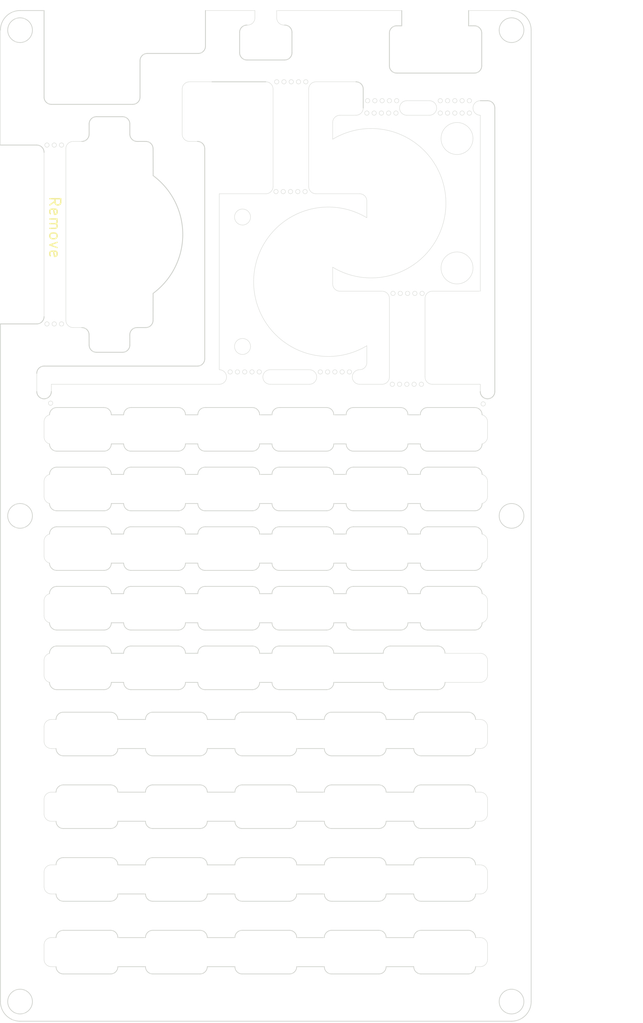
<source format=kicad_pcb>
(kicad_pcb
	(version 20241229)
	(generator "pcbnew")
	(generator_version "9.0")
	(general
		(thickness 1.6)
		(legacy_teardrops no)
	)
	(paper "A4")
	(layers
		(0 "F.Cu" signal)
		(2 "B.Cu" signal)
		(9 "F.Adhes" user "F.Adhesive")
		(11 "B.Adhes" user "B.Adhesive")
		(13 "F.Paste" user)
		(15 "B.Paste" user)
		(5 "F.SilkS" user "F.Silkscreen")
		(7 "B.SilkS" user "B.Silkscreen")
		(1 "F.Mask" user)
		(3 "B.Mask" user)
		(17 "Dwgs.User" user "User.Drawings")
		(19 "Cmts.User" user "User.Comments")
		(21 "Eco1.User" user "User.Eco1")
		(23 "Eco2.User" user "User.Eco2")
		(25 "Edge.Cuts" user)
		(27 "Margin" user)
		(31 "F.CrtYd" user "F.Courtyard")
		(29 "B.CrtYd" user "B.Courtyard")
		(35 "F.Fab" user)
		(33 "B.Fab" user)
		(39 "User.1" user)
		(41 "User.2" user)
		(43 "User.3" user)
		(45 "User.4" user)
	)
	(setup
		(pad_to_mask_clearance 0)
		(allow_soldermask_bridges_in_footprints no)
		(tenting front back)
		(pcbplotparams
			(layerselection 0x00000000_00000000_55555555_5755f5ff)
			(plot_on_all_layers_selection 0x00000000_00000000_00000000_00000000)
			(disableapertmacros no)
			(usegerberextensions no)
			(usegerberattributes yes)
			(usegerberadvancedattributes yes)
			(creategerberjobfile yes)
			(dashed_line_dash_ratio 12.000000)
			(dashed_line_gap_ratio 3.000000)
			(svgprecision 4)
			(plotframeref no)
			(mode 1)
			(useauxorigin no)
			(hpglpennumber 1)
			(hpglpenspeed 20)
			(hpglpendiameter 15.000000)
			(pdf_front_fp_property_popups yes)
			(pdf_back_fp_property_popups yes)
			(pdf_metadata yes)
			(pdf_single_document no)
			(dxfpolygonmode yes)
			(dxfimperialunits yes)
			(dxfusepcbnewfont yes)
			(psnegative no)
			(psa4output no)
			(plot_black_and_white yes)
			(sketchpadsonfab no)
			(plotpadnumbers no)
			(hidednponfab no)
			(sketchdnponfab yes)
			(crossoutdnponfab yes)
			(subtractmaskfromsilk no)
			(outputformat 1)
			(mirror no)
			(drillshape 1)
			(scaleselection 1)
			(outputdirectory "")
		)
	)
	(net 0 "")
	(gr_arc
		(start 48.65 162.5)
		(mid 47.942893 162.207107)
		(end 47.65 161.5)
		(stroke
			(width 0.1)
			(type default)
		)
		(layer "Edge.Cuts")
		(uuid "000e3be7-366b-43b6-a8e7-68f0bbaa0831")
	)
	(gr_circle
		(center 91.5 52.4)
		(end 91.8 52.4)
		(stroke
			(width 0.05)
			(type default)
		)
		(fill no)
		(layer "Edge.Cuts")
		(uuid "003a0aa1-6840-4040-b471-9707148a9039")
	)
	(gr_arc
		(start 107 140.5)
		(mid 106.707107 141.207107)
		(end 106 141.5)
		(stroke
			(width 0.05)
			(type default)
		)
		(layer "Edge.Cuts")
		(uuid "0046fa67-fcca-4096-aa98-4b2aca952514")
	)
	(gr_line
		(start 87.55 95.6)
		(end 85.85 95.6)
		(stroke
			(width 0.1)
			(type default)
		)
		(layer "Edge.Cuts")
		(uuid "00ce4d55-b57b-4fe6-9ca7-91b28afaec6c")
	)
	(gr_arc
		(start 72.25 157.5)
		(mid 72.542893 156.792893)
		(end 73.25 156.5)
		(stroke
			(width 0.1)
			(type default)
		)
		(layer "Edge.Cuts")
		(uuid "00e1934e-1a37-497c-bde3-568c201df690")
	)
	(gr_line
		(start 56.95 112)
		(end 55.25 112)
		(stroke
			(width 0.1)
			(type default)
		)
		(layer "Edge.Cuts")
		(uuid "0111b596-1b14-4db8-96dd-284ffcd8cc29")
	)
	(gr_arc
		(start 68.15 133.4)
		(mid 67.442893 133.107107)
		(end 67.15 132.4)
		(stroke
			(width 0.1)
			(type default)
		)
		(layer "Edge.Cuts")
		(uuid "01bb415f-f676-4cc2-be08-77c55fbd3bb3")
	)
	(gr_arc
		(start 46.75 116)
		(mid 46.209431 115.644127)
		(end 46.000001 115.031755)
		(stroke
			(width 0.05)
			(type default)
		)
		(layer "Edge.Cuts")
		(uuid "01f1d1eb-e02c-4982-a309-62fa635eca87")
	)
	(gr_line
		(start 88.55 119.2)
		(end 95.05 119.2)
		(stroke
			(width 0.1)
			(type default)
		)
		(layer "Edge.Cuts")
		(uuid "02bad71a-797d-43f2-8c1b-1ea4117ab407")
	)
	(gr_line
		(start 46.000046 96.568245)
		(end 46.000001 98.631755)
		(stroke
			(width 0.05)
			(type default)
		)
		(layer "Edge.Cuts")
		(uuid "02d43a3a-cbef-4b01-9f3a-361242e9f5df")
	)
	(gr_arc
		(start 64.45 127.4)
		(mid 65.157107 127.692893)
		(end 65.45 128.4)
		(stroke
			(width 0.1)
			(type default)
		)
		(layer "Edge.Cuts")
		(uuid "030de331-0e1c-4edb-b118-83a549bd21d0")
	)
	(gr_line
		(start 48.65 152.5)
		(end 55.15 152.5)
		(stroke
			(width 0.1)
			(type default)
		)
		(layer "Edge.Cuts")
		(uuid "03949d26-d214-4cb5-8bcc-31e70479232a")
	)
	(gr_line
		(start 89.9 50.8)
		(end 89.9 53.4)
		(stroke
			(width 0.12)
			(type default)
		)
		(layer "Edge.Cuts")
		(uuid "0438191d-84a0-401d-be0d-30e326694eaa")
	)
	(gr_arc
		(start 55.25 99.6)
		(mid 54.957107 100.307107)
		(end 54.25 100.6)
		(stroke
			(width 0.1)
			(type default)
		)
		(layer "Edge.Cuts")
		(uuid "058d8d27-5ff8-4241-89fc-88e8bcb8be9f")
	)
	(gr_line
		(start 98.75 108.8)
		(end 105.25 108.8)
		(stroke
			(width 0.1)
			(type default)
		)
		(layer "Edge.Cuts")
		(uuid "059017f3-7f64-4387-8835-a9ffb7b46816")
	)
	(gr_circle
		(center 81.9 64.9)
		(end 81.6 64.9)
		(stroke
			(width 0.05)
			(type default)
		)
		(fill no)
		(layer "Edge.Cuts")
		(uuid "05c62c1d-58e5-49fd-91dc-12331c2667a4")
	)
	(gr_circle
		(center 93.5 52.4)
		(end 93.8 52.4)
		(stroke
			(width 0.05)
			(type default)
		)
		(fill no)
		(layer "Edge.Cuts")
		(uuid "066b6cdb-d757-48c1-8070-dd38f1c91bbf")
	)
	(gr_line
		(start 68.15 94.6)
		(end 74.65 94.6)
		(stroke
			(width 0.1)
			(type default)
		)
		(layer "Edge.Cuts")
		(uuid "06ab4e1c-72d8-4856-a98d-cd3cf09c00cb")
	)
	(gr_arc
		(start 46 148.5)
		(mid 46.292893 147.792893)
		(end 47 147.5)
		(stroke
			(width 0.05)
			(type default)
		)
		(layer "Edge.Cuts")
		(uuid "06ba3d11-2593-44ce-bd9e-12a03ae10561")
	)
	(gr_arc
		(start 78.35 100.6)
		(mid 77.642893 100.307107)
		(end 77.35 99.6)
		(stroke
			(width 0.1)
			(type default)
		)
		(layer "Edge.Cuts")
		(uuid "06bf3bc8-388c-4db6-9dd7-c79352f4dab5")
	)
	(gr_circle
		(center 100.5 52.4)
		(end 100.8 52.4)
		(stroke
			(width 0.05)
			(type default)
		)
		(fill no)
		(layer "Edge.Cuts")
		(uuid "06c6b090-ef24-427b-8da2-23093ee8471b")
	)
	(gr_line
		(start 87.55 99.6)
		(end 85.85 99.6)
		(stroke
			(width 0.1)
			(type default)
		)
		(layer "Edge.Cuts")
		(uuid "076d41f4-bf8f-4940-a5be-612d752e53a6")
	)
	(gr_line
		(start 59.2 51.9)
		(end 59.2 46.9)
		(stroke
			(width 0.12)
			(type default)
		)
		(layer "Edge.Cuts")
		(uuid "08995225-b853-41a8-8f86-a10ef7d55475")
	)
	(gr_line
		(start 68.15 108.8)
		(end 74.65 108.8)
		(stroke
			(width 0.1)
			(type default)
		)
		(layer "Edge.Cuts")
		(uuid "08d1847d-2b57-4324-9159-a7e33d247fa3")
	)
	(gr_arc
		(start 56.15 171.5)
		(mid 55.857107 172.207107)
		(end 55.15 172.5)
		(stroke
			(width 0.1)
			(type default)
		)
		(layer "Edge.Cuts")
		(uuid "08ee1e44-e6cb-4715-b109-70ed2dd096fe")
	)
	(gr_arc
		(start 80.75 161.5)
		(mid 80.457107 162.207107)
		(end 79.75 162.5)
		(stroke
			(width 0.1)
			(type default)
		)
		(layer "Edge.Cuts")
		(uuid "0948ef09-29d2-4632-9841-c1e9c19e305f")
	)
	(gr_line
		(start 77.1 91.4)
		(end 82.5 91.4)
		(stroke
			(width 0.05)
			(type default)
		)
		(layer "Edge.Cuts")
		(uuid "095a6eb3-a9ab-4251-b9e5-ab0559eded4d")
	)
	(gr_line
		(start 56.95 128.4)
		(end 55.25 128.4)
		(stroke
			(width 0.1)
			(type default)
		)
		(layer "Edge.Cuts")
		(uuid "09e80784-6188-4ead-8844-ce7e5aa82b99")
	)
	(gr_circle
		(center 79.9 64.9)
		(end 79.6 64.9)
		(stroke
			(width 0.05)
			(type default)
		)
		(fill no)
		(layer "Edge.Cuts")
		(uuid "09f536a4-46e3-41e9-8315-492210a26485")
	)
	(gr_arc
		(start 106.25 116)
		(mid 105.957107 116.707107)
		(end 105.25 117)
		(stroke
			(width 0.1)
			(type default)
		)
		(layer "Edge.Cuts")
		(uuid "0a260ab9-fe9e-443f-a8b3-7a299a1a8bc8")
	)
	(gr_circle
		(center 85 89.7)
		(end 85.3 89.7)
		(stroke
			(width 0.05)
			(type default)
		)
		(fill no)
		(layer "Edge.Cuts")
		(uuid "0a45dc94-b0e1-4414-9d39-9be23992bfb9")
	)
	(gr_arc
		(start 72.9 43)
		(mid 73.192893 42.292893)
		(end 73.9 42)
		(stroke
			(width 0.12)
			(type default)
		)
		(layer "Edge.Cuts")
		(uuid "0a4cc067-4272-4117-aab9-67b84a0469e0")
	)
	(gr_arc
		(start 105.25 119.2)
		(mid 105.957107 119.492893)
		(end 106.25 120.2)
		(stroke
			(width 0.1)
			(type default)
		)
		(layer "Edge.Cuts")
		(uuid "0aa50832-e3a2-41a2-82f5-c2e6c319dc50")
	)
	(gr_line
		(start 60.95 162.5)
		(end 67.45 162.5)
		(stroke
			(width 0.1)
			(type default)
		)
		(layer "Edge.Cuts")
		(uuid "0b154d7f-e426-4b07-b76c-e4a7f48e6d3a")
	)
	(gr_arc
		(start 99 52.4)
		(mid 100 53.4)
		(end 99 54.4)
		(stroke
			(width 0.05)
			(type default)
		)
		(layer "Edge.Cuts")
		(uuid "0c4eac66-363f-4c00-a417-a9353c450ea1")
	)
	(gr_arc
		(start 68.2 44.9)
		(mid 67.907107 45.607107)
		(end 67.2 45.9)
		(stroke
			(width 0.12)
			(type default)
		)
		(layer "Edge.Cuts")
		(uuid "0c65680b-f5bf-437f-98be-a95271a6fe7f")
	)
	(gr_arc
		(start 96.85 147.5)
		(mid 97.142893 146.792893)
		(end 97.85 146.5)
		(stroke
			(width 0.1)
			(type default)
		)
		(layer "Edge.Cuts")
		(uuid "0d366046-c3a9-457d-ba72-0daa45863a04")
	)
	(gr_line
		(start 80.1 45.8)
		(end 80.1 43)
		(stroke
			(width 0.12)
			(type default)
		)
		(layer "Edge.Cuts")
		(uuid "0d7882e8-6c3e-4b01-9b4a-7b8779fa427b")
	)
	(gr_line
		(start 60.999575 59.000007)
		(end 61.007181 62.705325)
		(stroke
			(width 0.12)
			(type default)
		)
		(layer "Edge.Cuts")
		(uuid "0d7ba42c-1e87-415c-a6f5-a11260a32865")
	)
	(gr_circle
		(center 79 49.8)
		(end 78.7 49.8)
		(stroke
			(width 0.05)
			(type default)
		)
		(fill no)
		(layer "Edge.Cuts")
		(uuid "0ed6af9f-3785-448e-ad47-c88e879c328f")
	)
	(gr_arc
		(start 55.25 107.8)
		(mid 54.957107 108.507107)
		(end 54.25 108.8)
		(stroke
			(width 0.1)
			(type default)
		)
		(layer "Edge.Cuts")
		(uuid "1056ba43-4dbc-443f-abdb-e31784a00f7c")
	)
	(gr_line
		(start 69.1 49.8)
		(end 76.5 49.8)
		(stroke
			(width 0.12)
			(type default)
		)
		(layer "Edge.Cuts")
		(uuid "11259dc9-33ef-44b7-859c-c845019f8c98")
	)
	(gr_circle
		(center 84 89.7)
		(end 84.3 89.7)
		(stroke
			(width 0.05)
			(type default)
		)
		(fill no)
		(layer "Edge.Cuts")
		(uuid "1127a496-65e3-4562-b376-e4c47c3c59e9")
	)
	(gr_circle
		(center 77.9 64.9)
		(end 77.6 64.9)
		(stroke
			(width 0.05)
			(type default)
		)
		(fill no)
		(layer "Edge.Cuts")
		(uuid "11f4b4e6-9a42-4a98-b65b-0e04f2fe091a")
	)
	(gr_arc
		(start 85.55 152.5)
		(mid 84.842893 152.207107)
		(end 84.55 151.5)
		(stroke
			(width 0.1)
			(type default)
		)
		(layer "Edge.Cuts")
		(uuid "122496fc-0bde-42ae-994a-4c4ad8b4bc78")
	)
	(gr_circle
		(center 73.3 86.2)
		(end 74.4 86.2)
		(stroke
			(width 0.05)
			(type default)
		)
		(fill no)
		(layer "Edge.Cuts")
		(uuid "12305e8d-85a7-4230-9800-683fc9a089ce")
	)
	(gr_arc
		(start 97.85 152.5)
		(mid 97.142893 152.207107)
		(end 96.85 151.5)
		(stroke
			(width 0.1)
			(type default)
		)
		(layer "Edge.Cuts")
		(uuid "129b6258-df79-4d95-aa35-4a6acb1c1e0d")
	)
	(gr_line
		(start 57.95 108.8)
		(end 64.45 108.8)
		(stroke
			(width 0.1)
			(type default)
		)
		(layer "Edge.Cuts")
		(uuid "12f122e4-0eb2-4e0f-97bd-8e799320ccd8")
	)
	(gr_arc
		(start 94.5 48.6)
		(mid 93.792893 48.307107)
		(end 93.5 47.6)
		(stroke
			(width 0.12)
			(type default)
		)
		(layer "Edge.Cuts")
		(uuid "13254199-2945-47a1-bbd2-04ee35c0192b")
	)
	(gr_arc
		(start 79.1 42)
		(mid 79.807107 42.292893)
		(end 80.1 43)
		(stroke
			(width 0.12)
			(type default)
		)
		(layer "Edge.Cuts")
		(uuid "143fff9f-a164-4831-a2ed-340c0f2104de")
	)
	(gr_line
		(start 92.5 78.6)
		(end 86.7 78.6)
		(stroke
			(width 0.05)
			(type default)
		)
		(layer "Edge.Cuts")
		(uuid "14730b30-a14a-4564-b714-9e83f3985481")
	)
	(gr_circle
		(center 90.5 52.4)
		(end 90.8 52.4)
		(stroke
			(width 0.05)
			(type default)
		)
		(fill no)
		(layer "Edge.Cuts")
		(uuid "14c3a8b7-d973-45ec-a976-6ff4e5a784f3")
	)
	(gr_arc
		(start 84.85 102.8)
		(mid 85.557107 103.092893)
		(end 85.85 103.8)
		(stroke
			(width 0.1)
			(type default)
		)
		(layer "Edge.Cuts")
		(uuid "14fc9c29-8315-427a-a56f-505a5d8648a7")
	)
	(gr_arc
		(start 77.1 91.4)
		(mid 76.1 90.4)
		(end 77.1 89.4)
		(stroke
			(width 0.05)
			(type default)
		)
		(layer "Edge.Cuts")
		(uuid "15a01f3b-fd53-420c-a96f-b44f99b88c25")
	)
	(gr_line
		(start 42.7 40)
		(end 46 40)
		(stroke
			(width 0.1)
			(type default)
		)
		(layer "Edge.Cuts")
		(uuid "15f77b75-77b1-4626-b4a5-bdc349127fb2")
	)
	(gr_line
		(start 105.35 141.5)
		(end 106 141.5)
		(stroke
			(width 0.05)
			(type default)
		)
		(layer "Edge.Cuts")
		(uuid "16425949-7284-46fa-b7b0-60a00255608f")
	)
	(gr_arc
		(start 51.192893 83.600007)
		(mid 51.9 83.8929)
		(end 52.192893 84.600007)
		(stroke
			(width 0.12)
			(type default)
		)
		(layer "Edge.Cuts")
		(uuid "173fdfc3-ea97-4ee5-b64b-9a86e00f44e7")
	)
	(gr_arc
		(start 61.007181 62.705324)
		(mid 65.080178 70.80447)
		(end 61 78.9)
		(stroke
			(width 0.12)
			(type solid)
		)
		(layer "Edge.Cuts")
		(uuid "1747e02a-3130-4f0a-8013-a6d4e103fde8")
	)
	(gr_circle
		(center 102.5 54.1)
		(end 102.8 54.1)
		(stroke
			(width 0.05)
			(type default)
		)
		(fill no)
		(layer "Edge.Cuts")
		(uuid "17795fd0-507e-462f-ac4e-1ab12a35b301")
	)
	(gr_line
		(start 105.35 151.5)
		(end 106 151.5)
		(stroke
			(width 0.05)
			(type default)
		)
		(layer "Edge.Cuts")
		(uuid "17db9e0d-6d03-4017-8173-56f9b9b8f3e0")
	)
	(gr_arc
		(start 46.75 120.2)
		(mid 47.042893 119.492893)
		(end 47.75 119.2)
		(stroke
			(width 0.1)
			(type default)
		)
		(layer "Edge.Cuts")
		(uuid "17e701ae-7ccd-40b8-a372-a2f0a18f2e47")
	)
	(gr_line
		(start 96.85 171.5)
		(end 93.05 171.5)
		(stroke
			(width 0.1)
			(type default)
		)
		(layer "Edge.Cuts")
		(uuid "180050c5-2173-4451-9210-9b7e1f750aa0")
	)
	(gr_line
		(start 47.75 100.6)
		(end 54.25 100.6)
		(stroke
			(width 0.1)
			(type default)
		)
		(layer "Edge.Cuts")
		(uuid "184f9192-f890-4902-ad45-7e18571f545a")
	)
	(gr_line
		(start 93.5 79.6)
		(end 93.5 90.4)
		(stroke
			(width 0.05)
			(type default)
		)
		(layer "Edge.Cuts")
		(uuid "188389a4-2d35-4f2d-b823-2aae8dea62f4")
	)
	(gr_line
		(start 47.75 111)
		(end 54.25 111)
		(stroke
			(width 0.1)
			(type default)
		)
		(layer "Edge.Cuts")
		(uuid "1928ab7f-3913-4022-a1c4-7d0bed798bc5")
	)
	(gr_arc
		(start 99.4 91.4)
		(mid 98.692893 91.107107)
		(end 98.4 90.4)
		(stroke
			(width 0.05)
			(type default)
		)
		(layer "Edge.Cuts")
		(uuid "19ee12b7-1740-426f-9655-d178c9e310ae")
	)
	(gr_line
		(start 57.95 127.4)
		(end 64.45 127.4)
		(stroke
			(width 0.1)
			(type default)
		)
		(layer "Edge.Cuts")
		(uuid "1bc05aad-5bab-460c-8323-876a4c8ae58b")
	)
	(gr_line
		(start 88.55 108.8)
		(end 95.05 108.8)
		(stroke
			(width 0.1)
			(type default)
		)
		(layer "Edge.Cuts")
		(uuid "1bd54488-c785-40db-8ed7-7107d6ab6f30")
	)
	(gr_circle
		(center 95.9 91.4)
		(end 96.2 91.4)
		(stroke
			(width 0.05)
			(type default)
		)
		(fill no)
		(layer "Edge.Cuts")
		(uuid "1c40cc62-6f15-432f-9f4a-bde6f359cebc")
	)
	(gr_arc
		(start 57.95 108.8)
		(mid 57.242893 108.507107)
		(end 56.95 107.8)
		(stroke
			(width 0.1)
			(type default)
		)
		(layer "Edge.Cuts")
		(uuid "1ca36178-4958-4cc4-9a21-751008a96665")
	)
	(gr_line
		(start 97.85 162.5)
		(end 104.35 162.5)
		(stroke
			(width 0.1)
			(type default)
		)
		(layer "Edge.Cuts")
		(uuid "1cd01232-bf64-4067-a5b2-a3e57753f93f")
	)
	(gr_arc
		(start 79.75 136.5)
		(mid 80.457107 136.792893)
		(end 80.75 137.5)
		(stroke
			(width 0.1)
			(type default)
		)
		(layer "Edge.Cuts")
		(uuid "1d160d16-3fe0-4745-869c-54af9b947861")
	)
	(gr_line
		(start 88.55 94.6)
		(end 95.05 94.6)
		(stroke
			(width 0.1)
			(type default)
		)
		(layer "Edge.Cuts")
		(uuid "1d3ecb0f-2c86-4ecc-8f5d-3cfc47557896")
	)
	(gr_arc
		(start 80.75 151.5)
		(mid 80.457107 152.207107)
		(end 79.75 152.5)
		(stroke
			(width 0.1)
			(type default)
		)
		(layer "Edge.Cuts")
		(uuid "1d654a2b-fc1d-4a7a-81f7-75e80a964069")
	)
	(gr_arc
		(start 47.65 157.5)
		(mid 47.942893 156.792893)
		(end 48.65 156.5)
		(stroke
			(width 0.1)
			(type default)
		)
		(layer "Edge.Cuts")
		(uuid "1d956262-748f-47b2-b042-57f79a5f501f")
	)
	(gr_line
		(start 78.35 125.2)
		(end 84.85 125.2)
		(stroke
			(width 0.1)
			(type default)
		)
		(layer "Edge.Cuts")
		(uuid "1dd881a6-1da2-4c73-97a8-7527bb5effa0")
	)
	(gr_line
		(start 108 53.4)
		(end 108 92.399999)
		(stroke
			(width 0.12)
			(type default)
		)
		(layer "Edge.Cuts")
		(uuid "1e4075e4-76ba-43f9-85d5-cc7ec40261cf")
	)
	(gr_arc
		(start 47 151.5)
		(mid 46.292893 151.207107)
		(end 46 150.5)
		(stroke
			(width 0.05)
			(type default)
		)
		(layer "Edge.Cuts")
		(uuid "1ed8f80e-c67b-459d-8464-44a0efff3103")
	)
	(gr_arc
		(start 48.65 172.5)
		(mid 47.942893 172.207107)
		(end 47.65 171.5)
		(stroke
			(width 0.1)
			(type default)
		)
		(layer "Edge.Cuts")
		(uuid "1f00faac-3d09-41e1-905f-4043dbc4fa1a")
	)
	(gr_arc
		(start 106.25 95.6)
		(mid 106.790569 95.955873)
		(end 106.999999 96.568245)
		(stroke
			(width 0.05)
			(type default)
		)
		(layer "Edge.Cuts")
		(uuid "1f0712a8-18be-439e-be06-b6232a7cb010")
	)
	(gr_line
		(start 85.55 156.5)
		(end 92.05 156.5)
		(stroke
			(width 0.1)
			(type default)
		)
		(layer "Edge.Cuts")
		(uuid "1fe7ac16-386a-4e9e-baed-07496ceaf35e")
	)
	(gr_arc
		(start 75.65 99.6)
		(mid 75.357107 100.307107)
		(end 74.65 100.6)
		(stroke
			(width 0.1)
			(type default)
		)
		(layer "Edge.Cuts")
		(uuid "1ff3a1b8-5402-4350-b90f-02f95ee980d1")
	)
	(gr_arc
		(start 84.55 137.5)
		(mid 84.842893 136.792893)
		(end 85.55 136.5)
		(stroke
			(width 0.1)
			(type default)
		)
		(layer "Edge.Cuts")
		(uuid "204551b7-1dd0-401c-9dc9-2798e06212b2")
	)
	(gr_line
		(start 87.55 124.2)
		(end 85.85 124.2)
		(stroke
			(width 0.1)
			(type default)
		)
		(layer "Edge.Cuts")
		(uuid "206e687d-3876-4b51-aa4f-9d8d9551c267")
	)
	(gr_arc
		(start 74.65 127.4)
		(mid 75.357107 127.692893)
		(end 75.65 128.4)
		(stroke
			(width 0.1)
			(type default)
		)
		(layer "Edge.Cuts")
		(uuid "209396bf-09d2-4cc9-9836-def1134b451d")
	)
	(gr_circle
		(center 93.4 54.1)
		(end 93.7 54.1)
		(stroke
			(width 0.05)
			(type default)
		)
		(fill no)
		(layer "Edge.Cuts")
		(uuid "20ad4e18-f592-42b4-ba7e-11caa76b9364")
	)
	(gr_arc
		(start 68.45 171.5)
		(mid 68.157107 172.207107)
		(end 67.45 172.5)
		(stroke
			(width 0.1)
			(type default)
		)
		(layer "Edge.Cuts")
		(uuid "212447ea-6f3e-4c77-8fb9-c19373e626cd")
	)
	(gr_line
		(start 107 168.5)
		(end 107 170.5)
		(stroke
			(width 0.05)
			(type default)
		)
		(layer "Edge.Cuts")
		(uuid "213e00e8-a77c-426a-9691-13db1f31bf9f")
	)
	(gr_line
		(start 66 49.8)
		(end 69.1 49.8)
		(stroke
			(width 0.05)
			(type default)
		)
		(layer "Edge.Cuts")
		(uuid "2238bc39-7969-4f3b-95eb-488518180506")
	)
	(gr_line
		(start 84.55 141.5)
		(end 80.75 141.5)
		(stroke
			(width 0.1)
			(type default)
		)
		(layer "Edge.Cuts")
		(uuid "223f9f06-42b9-498e-9ea1-47a545289023")
	)
	(gr_arc
		(start 55.25 132.4)
		(mid 54.957107 133.107107)
		(end 54.25 133.4)
		(stroke
			(width 0.1)
			(type default)
		)
		(layer "Edge.Cuts")
		(uuid "22a32983-0181-40ea-9bf3-b3c070bbb462")
	)
	(gr_line
		(start 46 138.5)
		(end 46 140.5)
		(stroke
			(width 0.05)
			(type default)
		)
		(layer "Edge.Cuts")
		(uuid "22e66728-fef7-4296-9923-3f853a251892")
	)
	(gr_line
		(start 56.95 120.2)
		(end 55.25 120.2)
		(stroke
			(width 0.1)
			(type default)
		)
		(layer "Edge.Cuts")
		(uuid "231dd595-af7f-4497-89fb-ae46953acf73")
	)
	(gr_arc
		(start 97.75 103.8)
		(mid 98.042893 103.092893)
		(end 98.75 102.8)
		(stroke
			(width 0.1)
			(type default)
		)
		(layer "Edge.Cuts")
		(uuid "2346629f-35c6-4a3a-8917-d702b7e4dbf3")
	)
	(gr_line
		(start 68.15 111)
		(end 74.65 111)
		(stroke
			(width 0.1)
			(type default)
		)
		(layer "Edge.Cuts")
		(uuid "234fcf6a-00ea-4567-8635-617c13538db6")
	)
	(gr_line
		(start 72.25 167.5)
		(end 68.45 167.5)
		(stroke
			(width 0.1)
			(type default)
		)
		(layer "Edge.Cuts")
		(uuid "238fc75c-723f-465b-8845-00146a21d4b2")
	)
	(gr_line
		(start 48.65 142.5)
		(end 55.15 142.5)
		(stroke
			(width 0.1)
			(type default)
		)
		(layer "Edge.Cuts")
		(uuid "23e452ac-066b-416c-a11e-758109b5355a")
	)
	(gr_line
		(start 101.15 132.4)
		(end 106 132.4)
		(stroke
			(width 0.05)
			(type default)
		)
		(layer "Edge.Cuts")
		(uuid "23feffd8-8b2e-44ae-9940-44cfe5e59682")
	)
	(gr_line
		(start 85.55 142.5)
		(end 92.05 142.5)
		(stroke
			(width 0.1)
			(type default)
		)
		(layer "Edge.Cuts")
		(uuid "2512b58a-1000-4b43-b9e5-8ff72f51ee2c")
	)
	(gr_arc
		(start 47.75 117)
		(mid 47.042893 116.707107)
		(end 46.75 116)
		(stroke
			(width 0.1)
			(type default)
		)
		(layer "Edge.Cuts")
		(uuid "251be235-422e-4cc0-b184-77e806f97dc7")
	)
	(gr_arc
		(start 67.45 136.5)
		(mid 68.157107 136.792893)
		(end 68.45 137.5)
		(stroke
			(width 0.1)
			(type default)
		)
		(layer "Edge.Cuts")
		(uuid "2537145b-45fc-4b14-91ac-2ecacf7327af")
	)
	(gr_arc
		(start 96.05 124.2)
		(mid 95.757107 124.907107)
		(end 95.05 125.2)
		(stroke
			(width 0.1)
			(type default)
		)
		(layer "Edge.Cuts")
		(uuid "260062bd-0581-4b85-b84f-bb4324a2b6db")
	)
	(gr_arc
		(start 68.45 161.5)
		(mid 68.157107 162.207107)
		(end 67.45 162.5)
		(stroke
			(width 0.1)
			(type default)
		)
		(layer "Edge.Cuts")
		(uuid "263b22be-58fc-4d23-9f02-73ecf64fa7e1")
	)
	(gr_line
		(start 46 158.5)
		(end 46 160.5)
		(stroke
			(width 0.05)
			(type default)
		)
		(layer "Edge.Cuts")
		(uuid "26898f58-15f6-4515-9150-fd43632be1c7")
	)
	(gr_line
		(start 57.95 119.2)
		(end 64.45 119.2)
		(stroke
			(width 0.1)
			(type default)
		)
		(layer "Edge.Cuts")
		(uuid "269e20c0-4fcc-4faf-9600-d00e0ee31a25")
	)
	(gr_line
		(start 87.55 103.8)
		(end 85.85 103.8)
		(stroke
			(width 0.1)
			(type default)
		)
		(layer "Edge.Cuts")
		(uuid "270100ba-6ce7-4d24-ae4e-f4bc14acb446")
	)
	(gr_line
		(start 60.95 146.5)
		(end 67.45 146.5)
		(stroke
			(width 0.1)
			(type default)
		)
		(layer "Edge.Cuts")
		(uuid "270132fd-68d3-45ae-96f7-186ec9d363d6")
	)
	(gr_line
		(start 78 40)
		(end 78 41)
		(stroke
			(width 0.05)
			(type default)
		)
		(layer "Edge.Cuts")
		(uuid "27a1782c-cb91-4729-b2a4-70db270a2ab0")
	)
	(gr_line
		(start 73.25 136.5)
		(end 79.75 136.5)
		(stroke
			(width 0.1)
			(type default)
		)
		(layer "Edge.Cuts")
		(uuid "298db219-1e9d-40b1-9a42-938ff9ebb5b4")
	)
	(gr_arc
		(start 105.35 151.5)
		(mid 105.057107 152.207107)
		(end 104.35 152.5)
		(stroke
			(width 0.1)
			(type default)
		)
		(layer "Edge.Cuts")
		(uuid "29a9e9b0-5781-4b9d-a2f2-4c324596e540")
	)
	(gr_arc
		(start 46.75 95.6)
		(mid 47.042893 94.892893)
		(end 47.75 94.6)
		(stroke
			(width 0.1)
			(type default)
		)
		(layer "Edge.Cuts")
		(uuid "2ac25a02-372f-47b6-a498-b3966e94b394")
	)
	(gr_arc
		(start 98.4 79.6)
		(mid 98.692893 78.892893)
		(end 99.4 78.6)
		(stroke
			(width 0.05)
			(type default)
		)
		(layer "Edge.Cuts")
		(uuid "2ac9b59d-9ea0-4e19-a82b-131fba6b259c")
	)
	(gr_arc
		(start 56.15 151.5)
		(mid 55.857107 152.207107)
		(end 55.15 152.5)
		(stroke
			(width 0.1)
			(type default)
		)
		(layer "Edge.Cuts")
		(uuid "2ad806a4-fd6e-4354-ae03-6e05c1451ada")
	)
	(gr_line
		(start 78.35 127.4)
		(end 84.85 127.4)
		(stroke
			(width 0.1)
			(type default)
		)
		(layer "Edge.Cuts")
		(uuid "2aec059c-f696-4158-8379-d6266a12ee54")
	)
	(gr_line
		(start 92.65 132.4)
		(end 85.85 132.4)
		(stroke
			(width 0.1)
			(type default)
		)
		(layer "Edge.Cuts")
		(uuid "2b1912f7-4860-4170-b48a-7985f5770829")
	)
	(gr_arc
		(start 93.5 90.4)
		(mid 93.207107 91.107107)
		(end 92.5 91.4)
		(stroke
			(width 0.05)
			(type default)
		)
		(layer "Edge.Cuts")
		(uuid "2b1bf7ed-8d17-47a4-9ced-71f1f24b45f5")
	)
	(gr_arc
		(start 75.65 107.8)
		(mid 75.357107 108.507107)
		(end 74.65 108.8)
		(stroke
			(width 0.1)
			(type default)
		)
		(layer "Edge.Cuts")
		(uuid "2b2bee4e-88ec-4f66-99da-8e5d7a9f437f")
	)
	(gr_arc
		(start 70.1 89.4)
		(mid 71.1 90.4)
		(end 70.1 91.4)
		(stroke
			(width 0.05)
			(type default)
		)
		(layer "Edge.Cuts")
		(uuid "2bfe3ad7-ffa3-4ffb-b299-962c756ab7f7")
	)
	(gr_line
		(start 47.65 171.5)
		(end 47 171.5)
		(stroke
			(width 0.05)
			(type default)
		)
		(layer "Edge.Cuts")
		(uuid "2c0eecb2-dbc0-4caf-807b-1def5c6d3ebb")
	)
	(gr_circle
		(center 91.4 54.1)
		(end 91.7 54.1)
		(stroke
			(width 0.05)
			(type default)
		)
		(fill no)
		(layer "Edge.Cuts")
		(uuid "2c101171-40d6-45f9-a322-19ebaefde12a")
	)
	(gr_line
		(start 47.75 133.4)
		(end 54.25 133.4)
		(stroke
			(width 0.1)
			(type default)
		)
		(layer "Edge.Cuts")
		(uuid "2ccc974a-f937-4bda-aa52-f10df37e119a")
	)
	(gr_line
		(start 46 168.5)
		(end 46 170.5)
		(stroke
			(width 0.05)
			(type default)
		)
		(layer "Edge.Cuts")
		(uuid "2cce84bb-6629-4fe2-8f80-0cd65cd96e2f")
	)
	(gr_circle
		(center 96 78.9)
		(end 96.3 78.9)
		(stroke
			(width 0.05)
			(type default)
		)
		(fill no)
		(layer "Edge.Cuts")
		(uuid "2d6d4629-e97e-4030-aee3-deb4764648c5")
	)
	(gr_arc
		(start 85.55 162.5)
		(mid 84.842893 162.207107)
		(end 84.55 161.5)
		(stroke
			(width 0.1)
			(type default)
		)
		(layer "Edge.Cuts")
		(uuid "2dc03dc0-7a71-4f1c-b1d4-b927833d6889")
	)
	(gr_arc
		(start 96.05 107.8)
		(mid 95.757107 108.507107)
		(end 95.05 108.8)
		(stroke
			(width 0.1)
			(type default)
		)
		(layer "Edge.Cuts")
		(uuid "2e7d34be-c9a8-417c-8cfc-f642acf46c9f")
	)
	(gr_line
		(start 97.85 156.5)
		(end 104.35 156.5)
		(stroke
			(width 0.1)
			(type default)
		)
		(layer "Edge.Cuts")
		(uuid "2e9e27dd-c4a3-48e6-9ef4-f9dab005b0ed")
	)
	(gr_line
		(start 72.9 43)
		(end 72.9 45.8)
		(stroke
			(width 0.12)
			(type default)
		)
		(layer "Edge.Cuts")
		(uuid "2ec17476-e311-42a2-9ea8-9fb9d07afbd3")
	)
	(gr_circle
		(center 94.5 52.4)
		(end 94.8 52.4)
		(stroke
			(width 0.05)
			(type default)
		)
		(fill no)
		(layer "Edge.Cuts")
		(uuid "307acc50-adcc-4b69-82c9-db646e916fa8")
	)
	(gr_arc
		(start 58.8 57.999993)
		(mid 58.092893 57.7071)
		(end 57.8 56.999993)
		(stroke
			(width 0.12)
			(type default)
		)
		(layer "Edge.Cuts")
		(uuid "30d804f2-64f3-40b3-b250-d42b7bf8bfd8")
	)
	(gr_line
		(start 68.2 44.9)
		(end 68.2 40)
		(stroke
			(width 0.12)
			(type default)
		)
		(layer "Edge.Cuts")
		(uuid "31651319-52c2-43fc-a797-796aee69e262")
	)
	(gr_circle
		(center 80.9 64.9)
		(end 80.6 64.9)
		(stroke
			(width 0.05)
			(type default)
		)
		(fill no)
		(layer "Edge.Cuts")
		(uuid "31774a82-01f0-420d-84cf-9c53246dd581")
	)
	(gr_line
		(start 105.35 161.5)
		(end 106 161.5)
		(stroke
			(width 0.05)
			(type default)
		)
		(layer "Edge.Cuts")
		(uuid "3210bf18-0aba-4bb4-a093-1711acde9bde")
	)
	(gr_arc
		(start 47 141.5)
		(mid 46.292893 141.207107)
		(end 46 140.5)
		(stroke
			(width 0.05)
			(type default)
		)
		(layer "Edge.Cuts")
		(uuid "32487251-e0c6-4572-aae5-c39acf6c7d5b")
	)
	(gr_line
		(start 57.8 86)
		(end 57.792933 84.6)
		(stroke
			(width 0.12)
			(type default)
		)
		(layer "Edge.Cuts")
		(uuid "324dfc00-353f-45a9-9506-103f3effa907")
	)
	(gr_arc
		(start 46.000001 104.768245)
		(mid 46.209431 104.155873)
		(end 46.75 103.8)
		(stroke
			(width 0.05)
			(type default)
		)
		(layer "Edge.Cuts")
		(uuid "33b66cd8-b781-42a9-aec6-d127e396d49c")
	)
	(gr_arc
		(start 84.85 119.2)
		(mid 85.557107 119.492893)
		(end 85.85 120.2)
		(stroke
			(width 0.1)
			(type default)
		)
		(layer "Edge.Cuts")
		(uuid "347557bf-e90c-4469-b518-b5366aa28b39")
	)
	(gr_line
		(start 106 78.6)
		(end 106 54.4)
		(stroke
			(width 0.05)
			(type default)
		)
		(layer "Edge.Cuts")
		(uuid "34b72b3a-1a93-40ea-9e8f-f9e1bde224f4")
	)
	(gr_line
		(start 90.4 68.5)
		(end 90.4 66.2)
		(stroke
			(width 0.05)
			(type default)
		)
		(layer "Edge.Cuts")
		(uuid "350e5623-f9c9-4ab2-b00b-96835db4ba8a")
	)
	(gr_line
		(start 78 40)
		(end 95.2 40)
		(stroke
			(width 0.05)
			(type default)
		)
		(layer "Edge.Cuts")
		(uuid "3680b229-cc54-4d37-9f66-95ddb476ccf4")
	)
	(gr_line
		(start 47.75 119.2)
		(end 54.25 119.2)
		(stroke
			(width 0.1)
			(type default)
		)
		(layer "Edge.Cuts")
		(uuid "36a091aa-a970-4b37-b2f9-130c3d3f82c3")
	)
	(gr_line
		(start 97.75 124.2)
		(end 96.05 124.2)
		(stroke
			(width 0.1)
			(type default)
		)
		(layer "Edge.Cuts")
		(uuid "36cbdc1d-26b2-4030-97b2-87b487b98b4b")
	)
	(gr_line
		(start 99.4 78.6)
		(end 106 78.6)
		(stroke
			(width 0.05)
			(type default)
		)
		(layer "Edge.Cuts")
		(uuid "36d0620c-3b64-452e-9d7f-0f4c2d098179")
	)
	(gr_arc
		(start 56.8 54.6)
		(mid 57.507107 54.892893)
		(end 57.8 55.6)
		(stroke
			(width 0.12)
			(type default)
		)
		(layer "Edge.Cuts")
		(uuid "372584df-68bf-4a58-984d-2af059899894")
	)
	(gr_arc
		(start 59.2 46.9)
		(mid 59.492893 46.192893)
		(end 60.2 45.9)
		(stroke
			(width 0.12)
			(type default)
		)
		(layer "Edge.Cuts")
		(uuid "372a353b-9c4f-4188-94f9-cdc7375c1919")
	)
	(gr_arc
		(start 106.2 47.6)
		(mid 105.907107 48.307107)
		(end 105.2 48.6)
		(stroke
			(width 0.12)
			(type default)
		)
		(layer "Edge.Cuts")
		(uuid "376a7229-bdb9-4f78-9df1-2d7f1366bc17")
	)
	(gr_line
		(start 96.85 147.5)
		(end 93.05 147.5)
		(stroke
			(width 0.1)
			(type default)
		)
		(layer "Edge.Cuts")
		(uuid "37772494-7eb5-4674-aa1b-25d46fab8ff8")
	)
	(gr_arc
		(start 106.999999 106.831755)
		(mid 106.790569 107.444127)
		(end 106.25 107.8)
		(stroke
			(width 0.05)
			(type default)
		)
		(layer "Edge.Cuts")
		(uuid "37906a05-2f86-4439-ab53-9239db94198e")
	)
	(gr_arc
		(start 105.35 161.5)
		(mid 105.057107 162.207107)
		(end 104.35 162.5)
		(stroke
			(width 0.1)
			(type default)
		)
		(layer "Edge.Cuts")
		(uuid "3898e84b-95e3-4bef-9465-d489d97a03c3")
	)
	(gr_arc
		(start 95.05 119.2)
		(mid 95.757107 119.492893)
		(end 96.05 120.2)
		(stroke
			(width 0.1)
			(type default)
		)
		(layer "Edge.Cuts")
		(uuid "38d4ab4c-44a6-4adf-8f9b-e4045fa79e52")
	)
	(gr_arc
		(start 68.45 141.5)
		(mid 68.157107 142.207107)
		(end 67.45 142.5)
		(stroke
			(width 0.1)
			(type default)
		)
		(layer "Edge.Cuts")
		(uuid "3a5d9fb6-6f87-4ecc-b39f-139d7aecbdfa")
	)
	(gr_circle
		(center 101.5 54.1)
		(end 101.8 54.1)
		(stroke
			(width 0.05)
			(type default)
		)
		(fill no)
		(layer "Edge.Cuts")
		(uuid "3b66878c-46c9-4ccf-9933-09e6ec0cbef1")
	)
	(gr_line
		(start 72.25 137.5)
		(end 68.45 137.5)
		(stroke
			(width 0.1)
			(type default)
		)
		(layer "Edge.Cuts")
		(uuid "3b8b93bb-575f-42db-b02f-1c6eaac399b0")
	)
	(gr_arc
		(start 100.15 127.4)
		(mid 100.857107 127.692893)
		(end 101.15 128.4)
		(stroke
			(width 0.1)
			(type default)
		)
		(layer "Edge.Cuts")
		(uuid "3bcf25b8-21e8-4352-b6af-73aa90dfcdb8")
	)
	(gr_arc
		(start 46.75 103.8)
		(mid 47.042893 103.092893)
		(end 47.75 102.8)
		(stroke
			(width 0.1)
			(type default)
		)
		(layer "Edge.Cuts")
		(uuid "3bd55738-a913-43b4-aaca-c9310401682c")
	)
	(gr_circle
		(center 97.9 91.4)
		(end 98.2 91.4)
		(stroke
			(width 0.05)
			(type default)
		)
		(fill no)
		(layer "Edge.Cuts")
		(uuid "3bd5b30b-0077-44e5-8280-fc4594c4a1b4")
	)
	(gr_line
		(start 56.95 99.6)
		(end 55.25 99.6)
		(stroke
			(width 0.1)
			(type default)
		)
		(layer "Edge.Cuts")
		(uuid "3be6eba9-1a19-4977-b575-47736f041ae2")
	)
	(gr_line
		(start 84.55 167.5)
		(end 80.75 167.5)
		(stroke
			(width 0.1)
			(type default)
		)
		(layer "Edge.Cuts")
		(uuid "3cdd6127-1d57-47d6-be70-c585b0dfde89")
	)
	(gr_line
		(start 88.55 100.6)
		(end 95.05 100.6)
		(stroke
			(width 0.1)
			(type default)
		)
		(layer "Edge.Cuts")
		(uuid "3cf206e0-9ca4-4c37-9339-bcbbc0a17c6f")
	)
	(gr_circle
		(center 47.4 58.5)
		(end 47.7 58.5)
		(stroke
			(width 0.05)
			(type default)
		)
		(fill no)
		(layer "Edge.Cuts")
		(uuid "3cf34b46-f779-4058-b9c7-bbd7e1fc5b7d")
	)
	(gr_line
		(start 47.75 94.6)
		(end 54.25 94.6)
		(stroke
			(width 0.1)
			(type default)
		)
		(layer "Edge.Cuts")
		(uuid "3d57194f-670d-43c4-8e66-ab6a2f9b1fa0")
	)
	(gr_circle
		(center 97 78.9)
		(end 97.3 78.9)
		(stroke
			(width 0.05)
			(type default)
		)
		(fill no)
		(layer "Edge.Cuts")
		(uuid "3d70f525-5f52-43b5-804b-b71035d55b49")
	)
	(gr_arc
		(start 89.4 91.4)
		(mid 88.4 90.4)
		(end 89.4 89.4)
		(stroke
			(width 0.05)
			(type default)
		)
		(layer "Edge.Cuts")
		(uuid "3d878049-c58d-48e8-bb6e-45e751fd92b9")
	)
	(gr_arc
		(start 65.45 132.4)
		(mid 65.157107 133.107107)
		(end 64.45 133.4)
		(stroke
			(width 0.1)
			(type default)
		)
		(layer "Edge.Cuts")
		(uuid "3db59c72-620e-4a02-ae3b-772175ba622f")
	)
	(gr_arc
		(start 79 42)
		(mid 78.292893 41.707107)
		(end 78 41)
		(stroke
			(width 0.05)
			(type default)
		)
		(layer "Edge.Cuts")
		(uuid "3e396b49-b9da-4486-9b5e-c00ad07e584f")
	)
	(gr_line
		(start 51.1929 83.6)
		(end 50 83.6)
		(stroke
			(width 0.05)
			(type default)
		)
		(layer "Edge.Cuts")
		(uuid "3e855d3e-4451-4474-997f-9661f498acf5")
	)
	(gr_circle
		(center 87 89.7)
		(end 87.3 89.7)
		(stroke
			(width 0.05)
			(type default)
		)
		(fill no)
		(layer "Edge.Cuts")
		(uuid "3f116aae-8e4a-4367-b6cf-ce40baaec7e4")
	)
	(gr_line
		(start 97.75 120.2)
		(end 96.05 120.2)
		(stroke
			(width 0.1)
			(type default)
		)
		(layer "Edge.Cuts")
		(uuid "3f2ddef3-de96-44f1-b619-94623e83886e")
	)
	(gr_arc
		(start 78.35 133.4)
		(mid 77.642893 133.107107)
		(end 77.35 132.4)
		(stroke
			(width 0.1)
			(type default)
		)
		(layer "Edge.Cuts")
		(uuid "3f682cd2-f53e-4218-ad6a-738fc4b45c6c")
	)
	(gr_arc
		(start 56.15 161.5)
		(mid 55.857107 162.207107)
		(end 55.15 162.5)
		(stroke
			(width 0.1)
			(type default)
		)
		(layer "Edge.Cuts")
		(uuid "3f7546fb-47ce-4217-a850-4126ece7101d")
	)
	(gr_arc
		(start 67.15 95.6)
		(mid 67.442893 94.892893)
		(end 68.15 94.6)
		(stroke
			(width 0.1)
			(type default)
		)
		(layer "Edge.Cuts")
		(uuid "4024996d-b0b3-47e7-a758-43b890fab4f8")
	)
	(gr_line
		(start 52.2 57)
		(end 52.2 55.6)
		(stroke
			(width 0.12)
			(type default)
		)
		(layer "Edge.Cuts")
		(uuid "40599542-885b-4fda-be98-7afb216c2773")
	)
	(gr_arc
		(start 74.65 94.6)
		(mid 75.357107 94.892893)
		(end 75.65 95.6)
		(stroke
			(width 0.1)
			(type default)
		)
		(layer "Edge.Cuts")
		(uuid "406ff4cf-c205-4e5e-9fd9-9b220d5ad5fb")
	)
	(gr_circle
		(center 75.6 89.7)
		(end 75.9 89.7)
		(stroke
			(width 0.05)
			(type default)
		)
		(fill no)
		(layer "Edge.Cuts")
		(uuid "41ab0471-72d8-4cf0-93d3-7993e66e93d0")
	)
	(gr_arc
		(start 90.4 86.1)
		(mid 74.82722 77.3)
		(end 90.4 68.499999)
		(stroke
			(width 0.05)
			(type default)
		)
		(layer "Edge.Cuts")
		(uuid "41c09b23-f12c-425b-8af4-bd4f16ae2a0f")
	)
	(gr_line
		(start 58.8 58)
		(end 59.992859 58)
		(stroke
			(width 0.12)
			(type default)
		)
		(layer "Edge.Cuts")
		(uuid "41e20026-01c1-49ea-bb8f-9620af24314c")
	)
	(gr_circle
		(center 82 49.8)
		(end 81.7 49.8)
		(stroke
			(width 0.05)
			(type default)
		)
		(fill no)
		(layer "Edge.Cuts")
		(uuid "41e7a537-c4b3-4b03-be07-5bb78f397e11")
	)
	(gr_line
		(start 105.35 171.5)
		(end 106 171.5)
		(stroke
			(width 0.05)
			(type default)
		)
		(layer "Edge.Cuts")
		(uuid "431bf8b4-7a28-4fad-999e-8d74ec4b4d82")
	)
	(gr_circle
		(center 94.4 54.1)
		(end 94.7 54.1)
		(stroke
			(width 0.05)
			(type default)
		)
		(fill no)
		(layer "Edge.Cuts")
		(uuid "43212363-c9c7-4910-a2a5-b0cdcdf62fe1")
	)
	(gr_circle
		(center 92.5 52.4)
		(end 92.8 52.4)
		(stroke
			(width 0.05)
			(type default)
		)
		(fill no)
		(layer "Edge.Cuts")
		(uuid "43ada399-2d2e-411f-bc43-c130d0ffee97")
	)
	(gr_arc
		(start 64.45 94.6)
		(mid 65.157107 94.892893)
		(end 65.45 95.6)
		(stroke
			(width 0.1)
			(type default)
		)
		(layer "Edge.Cuts")
		(uuid "43e3f0aa-eb97-4287-8d37-63bbd5699752")
	)
	(gr_line
		(start 60.95 166.5)
		(end 67.45 166.5)
		(stroke
			(width 0.1)
			(type default)
		)
		(layer "Edge.Cuts")
		(uuid "448e5572-874d-42a0-bcf4-b7714e148a38")
	)
	(gr_circle
		(center 103.5 54.1)
		(end 103.8 54.1)
		(stroke
			(width 0.05)
			(type default)
		)
		(fill no)
		(layer "Edge.Cuts")
		(uuid "45a35341-2d0b-40be-8f37-5214785960ff")
	)
	(gr_line
		(start 95.9 54.4)
		(end 99 54.4)
		(stroke
			(width 0.05)
			(type default)
		)
		(layer "Edge.Cuts")
		(uuid "45d567ef-b991-4646-bd07-7a089e3b1bde")
	)
	(gr_arc
		(start 75.65 116)
		(mid 75.357107 116.707107)
		(end 74.65 117)
		(stroke
			(width 0.1)
			(type default)
		)
		(layer "Edge.Cuts")
		(uuid "469ce0f7-f9c6-4b8d-8070-b0e3084c150d")
	)
	(gr_line
		(start 106.999954 104.768245)
		(end 106.999985 106.826494)
		(stroke
			(width 0.05)
			(type default)
		)
		(layer "Edge.Cuts")
		(uuid "46b2cbae-47cc-491d-b2fa-fc489095bf3d")
	)
	(gr_arc
		(start 45 89.9)
		(mid 45.292893 89.192893)
		(end 46 88.9)
		(stroke
			(width 0.12)
			(type default)
		)
		(layer "Edge.Cuts")
		(uuid "46b76cb3-3a06-4dc4-ab35-a519702103e3")
	)
	(gr_arc
		(start 52.2 55.6)
		(mid 52.492893 54.892893)
		(end 53.2 54.6)
		(stroke
			(width 0.12)
			(type default)
		)
		(layer "Edge.Cuts")
		(uuid "4739571c-cbff-43be-8c7c-11759f4ca9cc")
	)
	(gr_arc
		(start 47.65 137.5)
		(mid 47.942893 136.792893)
		(end 48.65 136.5)
		(stroke
			(width 0.1)
			(type default)
		)
		(layer "Edge.Cuts")
		(uuid "476f555d-e1b9-4a65-a31a-589e6ba70f54")
	)
	(gr_arc
		(start 68.15 125.2)
		(mid 67.442893 124.907107)
		(end 67.15 124.2)
		(stroke
			(width 0.1)
			(type default)
		)
		(layer "Edge.Cuts")
		(uuid "477bf894-7224-435e-824a-e9ec04c7b5f1")
	)
	(gr_arc
		(start 107 131.4)
		(mid 106.707107 132.107107)
		(end 106 132.4)
		(stroke
			(width 0.05)
			(type default)
		)
		(layer "Edge.Cuts")
		(uuid "47ad16d9-9f79-4049-b61d-d591f1f36ecb")
	)
	(gr_line
		(start 87.55 112)
		(end 85.85 112)
		(stroke
			(width 0.1)
			(type default)
		)
		(layer "Edge.Cuts")
		(uuid "47b40eb0-8993-4374-a93b-e1391474a454")
	)
	(gr_arc
		(start 46.75 128.4)
		(mid 47.042893 127.692893)
		(end 47.75 127.4)
		(stroke
			(width 0.1)
			(type default)
		)
		(layer "Edge.Cuts")
		(uuid "483024fc-83bf-4784-995b-350bb8685796")
	)
	(gr_arc
		(start 67.45 156.5)
		(mid 68.157107 156.792893)
		(end 68.45 157.5)
		(stroke
			(width 0.1)
			(type default)
		)
		(layer "Edge.Cuts")
		(uuid "48a39392-2ff8-4ec3-83aa-bf60384d23e9")
	)
	(gr_arc
		(start 47.65 147.5)
		(mid 47.942893 146.792893)
		(end 48.65 146.5)
		(stroke
			(width 0.1)
			(type default)
		)
		(layer "Edge.Cuts")
		(uuid "48e3980b-8439-464e-ba66-a2aded570aa3")
	)
	(gr_arc
		(start 107 52.4)
		(mid 107.707107 52.692893)
		(end 108 53.4)
		(stroke
			(width 0.12)
			(type default)
		)
		(layer "Edge.Cuts")
		(uuid "49ac3407-13f8-4795-aebd-2558b924aafe")
	)
	(gr_line
		(start 97.85 136.5)
		(end 104.35 136.5)
		(stroke
			(width 0.1)
			(type default)
		)
		(layer "Edge.Cuts")
		(uuid "49de8250-c279-43ce-9fbf-b9bf19287863")
	)
	(gr_arc
		(start 89.9 53.4)
		(mid 89.607107 54.107107)
		(end 88.9 54.4)
		(stroke
			(width 0.05)
			(type default)
		)
		(layer "Edge.Cuts")
		(uuid "4a2dff02-4a9f-43bd-be4c-2458fd2b6e32")
	)
	(gr_arc
		(start 86.7 78.6)
		(mid 85.992893 78.307107)
		(end 85.7 77.6)
		(stroke
			(width 0.05)
			(type default)
		)
		(layer "Edge.Cuts")
		(uuid "4ab803a8-17de-437d-9f54-560f2f881230")
	)
	(gr_arc
		(start 106.25 103.8)
		(mid 106.790569 104.155873)
		(end 106.999999 104.768245)
		(stroke
			(width 0.05)
			(type default)
		)
		(layer "Edge.Cuts")
		(uuid "4abad8a2-cd86-4c69-864a-411bc6f6f0b2")
	)
	(gr_arc
		(start 108 92.399999)
		(mid 107.000001 93.4)
		(end 106 92.4)
		(stroke
			(width 0.12)
			(type default)
		)
		(layer "Edge.Cuts")
		(uuid "4b769130-876a-4266-bd8b-2b92a87ae3f6")
	)
	(gr_arc
		(start 78.35 117)
		(mid 77.642893 116.707107)
		(end 77.35 116)
		(stroke
			(width 0.1)
			(type default)
		)
		(layer "Edge.Cuts")
		(uuid "4bd543ba-c323-483f-911b-85ac03b7a1d9")
	)
	(gr_arc
		(start 93.05 161.5)
		(mid 92.757107 162.207107)
		(end 92.05 162.5)
		(stroke
			(width 0.1)
			(type default)
		)
		(layer "Edge.Cuts")
		(uuid "4c3ffdf9-f04e-4ce2-a953-0626383a453d")
	)
	(gr_arc
		(start 85.55 172.5)
		(mid 84.842893 172.207107)
		(end 84.55 171.5)
		(stroke
			(width 0.1)
			(type default)
		)
		(layer "Edge.Cuts")
		(uuid "4c765edf-bed7-4e2e-bae6-757fb05ed526")
	)
	(gr_line
		(start 47.75 127.4)
		(end 54.25 127.4)
		(stroke
			(width 0.1)
			(type default)
		)
		(layer "Edge.Cuts")
		(uuid "4cc4fa52-2749-430c-a91c-42323977f968")
	)
	(gr_circle
		(center 101.5 52.4)
		(end 101.8 52.4)
		(stroke
			(width 0.05)
			(type default)
		)
		(fill no)
		(layer "Edge.Cuts")
		(uuid "4ce676ef-5cce-4bc0-9fb6-60cfada14afc")
	)
	(gr_line
		(start 57.95 94.6)
		(end 64.45 94.6)
		(stroke
			(width 0.1)
			(type default)
		)
		(layer "Edge.Cuts")
		(uuid "4cf7c3fa-462f-4bf5-99d2-16c463a4b8d7")
	)
	(gr_line
		(start 88.9 54.4)
		(end 86.7 54.4)
		(stroke
			(width 0.05)
			(type default)
		)
		(layer "Edge.Cuts")
		(uuid "4dc2fd8e-1921-4464-b00f-16806cb565fa")
	)
	(gr_line
		(start 68.15 100.6)
		(end 74.65 100.6)
		(stroke
			(width 0.1)
			(type default)
		)
		(layer "Edge.Cuts")
		(uuid "4de170d0-2014-4b79-a8cf-5199f0a1fa11")
	)
	(gr_line
		(start 87.55 120.2)
		(end 85.85 120.2)
		(stroke
			(width 0.1)
			(type default)
		)
		(layer "Edge.Cuts")
		(uuid "4ee89967-2a15-4fe8-a1aa-8877b9950320")
	)
	(gr_circle
		(center 102.5 52.4)
		(end 102.8 52.4)
		(stroke
			(width 0.05)
			(type default)
		)
		(fill no)
		(layer "Edge.Cuts")
		(uuid "4f9caf40-4047-4b39-af6b-35f354559b6a")
	)
	(gr_arc
		(start 75.65 124.2)
		(mid 75.357107 124.907107)
		(end 74.65 125.2)
		(stroke
			(width 0.1)
			(type default)
		)
		(layer "Edge.Cuts")
		(uuid "511e40f6-d53d-4a2f-a8fa-e35b51ae1991")
	)
	(gr_arc
		(start 72.25 167.5)
		(mid 72.542893 166.792893)
		(end 73.25 166.5)
		(stroke
			(width 0.1)
			(type default)
		)
		(layer "Edge.Cuts")
		(uuid "51333be4-f832-4ec8-9570-72c348fc3d7c")
	)
	(gr_line
		(start 47.65 137.5)
		(end 47 137.5)
		(stroke
			(width 0.05)
			(type default)
		)
		(layer "Edge.Cuts")
		(uuid "513cf2e5-4230-41a0-ab40-febe6fde967d")
	)
	(gr_arc
		(start 75 41)
		(mid 74.707107 41.707107)
		(end 74 42)
		(stroke
			(width 0.05)
			(type default)
		)
		(layer "Edge.Cuts")
		(uuid "5193c14b-ff28-4c12-a7ee-299125b60f03")
	)
	(gr_line
		(start 70.1 65.2)
		(end 76.5 65.2)
		(stroke
			(width 0.05)
			(type default)
		)
		(layer "Edge.Cuts")
		(uuid "51e5d964-31ea-46b2-816e-fadf57924b02")
	)
	(gr_line
		(start 59.95 151.5)
		(end 56.15 151.5)
		(stroke
			(width 0.1)
			(type default)
		)
		(layer "Edge.Cuts")
		(uuid "51f8f6f4-76f7-4873-be23-9f0cf63a5f9b")
	)
	(gr_line
		(start 110.3 179)
		(end 42.7 179)
		(stroke
			(width 0.1)
			(type default)
		)
		(layer "Edge.Cuts")
		(uuid "52074ee7-3bd1-48e8-8cfb-7bf5b2b78dbd")
	)
	(gr_line
		(start 47.65 161.5)
		(end 47 161.5)
		(stroke
			(width 0.05)
			(type default)
		)
		(layer "Edge.Cuts")
		(uuid "524a33ff-b768-4fb0-ade9-3f3df8249546")
	)
	(gr_line
		(start 105.35 167.5)
		(end 106 167.5)
		(stroke
			(width 0.05)
			(type default)
		)
		(layer "Edge.Cuts")
		(uuid "524d3430-5413-49ab-a1ea-d407d290eb6f")
	)
	(gr_line
		(start 56.95 103.8)
		(end 55.25 103.8)
		(stroke
			(width 0.1)
			(type default)
		)
		(layer "Edge.Cuts")
		(uuid "5298b37a-8ed4-409a-a87a-f8775fc5408c")
	)
	(gr_line
		(start 98.75 125.2)
		(end 105.25 125.2)
		(stroke
			(width 0.1)
			(type default)
		)
		(layer "Edge.Cuts")
		(uuid "52a81077-0537-4917-ae5f-a03bbe40ac21")
	)
	(gr_line
		(start 78.35 117)
		(end 84.85 117)
		(stroke
			(width 0.1)
			(type default)
		)
		(layer "Edge.Cuts")
		(uuid "52c9497d-4998-412e-b206-dfd4e6c75af5")
	)
	(gr_arc
		(start 59.992893 58.000007)
		(mid 60.7 58.2929)
		(end 60.992893 59.000007)
		(stroke
			(width 0.12)
			(type default)
		)
		(layer "Edge.Cuts")
		(uuid "532bf05d-b965-4b5d-ac8b-de0a9ce16701")
	)
	(gr_line
		(start 77.35 99.6)
		(end 75.649999 99.6)
		(stroke
			(width 0.1)
			(type default)
		)
		(layer "Edge.Cuts")
		(uuid "533f41be-d594-41c6-a0e8-32a5f79027b7")
	)
	(gr_line
		(start 97.75 99.6)
		(end 96.05 99.6)
		(stroke
			(width 0.1)
			(type default)
		)
		(layer "Edge.Cuts")
		(uuid "5412b600-9039-4120-b064-f0a5f099d539")
	)
	(gr_arc
		(start 59.2 51.9)
		(mid 58.907107 52.607107)
		(end 58.2 52.9)
		(stroke
			(width 0.12)
			(type default)
		)
		(layer "Edge.Cuts")
		(uuid "5431b126-8303-48a8-b60d-fd9bd643d6dd")
	)
	(gr_arc
		(start 74.65 111)
		(mid 75.357107 111.292893)
		(end 75.65 112)
		(stroke
			(width 0.1)
			(type default)
		)
		(layer "Edge.Cuts")
		(uuid "5464d169-3b03-47fd-8322-13af131c05eb")
	)
	(gr_line
		(start 48.65 172.5)
		(end 55.15 172.5)
		(stroke
			(width 0.1)
			(type default)
		)
		(layer "Edge.Cuts")
		(uuid "54b28ebd-faab-4296-a9b5-9b99588be115")
	)
	(gr_arc
		(start 73.25 162.5)
		(mid 72.542893 162.207107)
		(end 72.25 161.5)
		(stroke
			(width 0.1)
			(type default)
		)
		(layer "Edge.Cuts")
		(uuid "54b983f4-0f78-4eac-bb35-e756f486623d")
	)
	(gr_arc
		(start 106.25 120.2)
		(mid 106.790569 120.555873)
		(end 106.999999 121.168245)
		(stroke
			(width 0.05)
			(type default)
		)
		(layer "Edge.Cuts")
		(uuid "572fa69c-2460-4376-a951-7e7dab892d78")
	)
	(gr_arc
		(start 74.65 102.8)
		(mid 75.357107 103.092893)
		(end 75.65 103.8)
		(stroke
			(width 0.1)
			(type default)
		)
		(layer "Edge.Cuts")
		(uuid "57f929ad-72b8-4f92-aa61-85161b6f0dba")
	)
	(gr_arc
		(start 92.05 156.5)
		(mid 92.757107 156.792893)
		(end 93.05 157.5)
		(stroke
			(width 0.1)
			(type default)
		)
		(layer "Edge.Cuts")
		(uuid "5826d0a5-363a-442f-b335-4a09f75187ae")
	)
	(gr_arc
		(start 46.75 124.2)
		(mid 46.209431 123.844127)
		(end 46.000001 123.231755)
		(stroke
			(width 0.05)
			(type default)
		)
		(layer "Edge.Cuts")
		(uuid "584318f1-9f72-4c0b-ae94-3b6765d040ff")
	)
	(gr_arc
		(start 60.95 142.5)
		(mid 60.242893 142.207107)
		(end 59.95 141.5)
		(stroke
			(width 0.1)
			(type default)
		)
		(layer "Edge.Cuts")
		(uuid "585a85e6-a37a-4c45-ad2c-ed273f46f0c6")
	)
	(gr_arc
		(start 79.75 166.5)
		(mid 80.457107 166.792893)
		(end 80.75 167.5)
		(stroke
			(width 0.1)
			(type default)
		)
		(layer "Edge.Cuts")
		(uuid "5898152a-f658-451c-8abf-89216cbf7dff")
	)
	(gr_arc
		(start 106.999999 123.231755)
		(mid 106.790569 123.844127)
		(end 106.25 124.2)
		(stroke
			(width 0.05)
			(type default)
		)
		(layer "Edge.Cuts")
		(uuid "58b62ebd-db23-4ca8-bfa3-bf41a7ac82cb")
	)
	(gr_line
		(start 53.2 54.6)
		(end 56.8 54.6)
		(stroke
			(width 0.12)
			(type default)
		)
		(layer "Edge.Cuts")
		(uuid "58dabc30-3af6-4e06-b66a-7420b63dc596")
	)
	(gr_line
		(start 78.35 108.8)
		(end 84.85 108.8)
		(stroke
			(width 0.1)
			(type default)
		)
		(layer "Edge.Cuts")
		(uuid "58f287dc-6138-43fb-817c-ba602addaef7")
	)
	(gr_arc
		(start 56.15 141.5)
		(mid 55.857107 142.207107)
		(end 55.15 142.5)
		(stroke
			(width 0.1)
			(type default)
		)
		(layer "Edge.Cuts")
		(uuid "595c08e3-e173-4ed3-bb93-6c8c0a02dbf9")
	)
	(gr_arc
		(start 105.25 94.6)
		(mid 105.957107 94.892893)
		(end 106.25 95.6)
		(stroke
			(width 0.1)
			(type default)
		)
		(layer "Edge.Cuts")
		(uuid "5ab62496-177e-407b-8bb7-a1c6f208cdd8")
	)
	(gr_line
		(start 68.15 127.4)
		(end 74.65 127.4)
		(stroke
			(width 0.1)
			(type default)
		)
		(layer "Edge.Cuts")
		(uuid "5ae52074-9678-446a-91d6-f847262ad323")
	)
	(gr_arc
		(start 68.1 87.9)
		(mid 67.807107 88.607107)
		(end 67.1 88.9)
		(stroke
			(width 0.12)
			(type default)
		)
		(layer "Edge.Cuts")
		(uuid "5af663fa-5f0f-44b1-8ad7-c2ed6ed899e6")
	)
	(gr_arc
		(start 97.85 142.5)
		(mid 97.142893 142.207107)
		(end 96.85 141.5)
		(stroke
			(width 0.1)
			(type default)
		)
		(layer "Edge.Cuts")
		(uuid "5b9449e8-7945-4a00-84af-17d77113ac6b")
	)
	(gr_arc
		(start 72.25 147.5)
		(mid 72.542893 146.792893)
		(end 73.25 146.5)
		(stroke
			(width 0.1)
			(type default)
		)
		(layer "Edge.Cuts")
		(uuid "5bf5e192-c872-423d-b391-908332e45f21")
	)
	(gr_line
		(start 97.75 112)
		(end 96.05 112)
		(stroke
			(width 0.1)
			(type default)
		)
		(layer "Edge.Cuts")
		(uuid "5c95d1cb-3d1b-48c3-9be7-b232b1e07da0")
	)
	(gr_line
		(start 92.65 128.4)
		(end 85.85 128.4)
		(stroke
			(width 0.1)
			(type default)
		)
		(layer "Edge.Cuts")
		(uuid "5d6f0760-0acd-44bd-9b23-3b06865be8bf")
	)
	(gr_line
		(start 95.9 52.4)
		(end 99 52.4)
		(stroke
			(width 0.05)
			(type default)
		)
		(layer "Edge.Cuts")
		(uuid "5fcb0bf5-ad48-48cb-b6dc-eb0861ee808c")
	)
	(gr_arc
		(start 77.35 120.2)
		(mid 77.642893 119.492893)
		(end 78.35 119.2)
		(stroke
			(width 0.1)
			(type default)
		)
		(layer "Edge.Cuts")
		(uuid "60f435a0-7714-4a7d-ad61-2d39d3cba20b")
	)
	(gr_line
		(start 59.95 147.5)
		(end 56.15 147.5)
		(stroke
			(width 0.1)
			(type default)
		)
		(layer "Edge.Cuts")
		(uuid "60fda63a-0a3c-441e-8cdf-4e6d709ae2f4")
	)
	(gr_line
		(start 97.85 152.5)
		(end 104.35 152.5)
		(stroke
			(width 0.1)
			(type default)
		)
		(layer "Edge.Cuts")
		(uuid "612df6c5-1bb7-467e-b412-fb2beaad8e40")
	)
	(gr_arc
		(start 74.65 119.2)
		(mid 75.357107 119.492893)
		(end 75.65 120.2)
		(stroke
			(width 0.1)
			(type default)
		)
		(layer "Edge.Cuts")
		(uuid "613f8b04-bad1-459f-aebe-1cd1c167e833")
	)
	(gr_arc
		(start 65.45 124.2)
		(mid 65.157107 124.907107)
		(end 64.45 125.2)
		(stroke
			(width 0.1)
			(type default)
		)
		(layer "Edge.Cuts")
		(uuid "61be3712-2904-4c21-b342-e438f9b2a6fc")
	)
	(gr_arc
		(start 54.25 127.4)
		(mid 54.957107 127.692893)
		(end 55.25 128.4)
		(stroke
			(width 0.1)
			(type default)
		)
		(layer "Edge.Cuts")
		(uuid "61d024c9-e51b-4caa-b66c-21a7bb1d89cc")
	)
	(gr_arc
		(start 47.75 133.4)
		(mid 47.042893 133.107107)
		(end 46.75 132.4)
		(stroke
			(width 0.1)
			(type default)
		)
		(layer "Edge.Cuts")
		(uuid "6249ae23-56ea-42f4-a44e-9c6594774290")
	)
	(gr_line
		(start 67.15 112)
		(end 65.45 112)
		(stroke
			(width 0.1)
			(type default)
		)
		(layer "Edge.Cuts")
		(uuid "6252bc60-752a-4612-bc38-42556270f3c9")
	)
	(gr_arc
		(start 49 59)
		(mid 49.292893 58.292893)
		(end 50 58)
		(stroke
			(width 0.05)
			(type default)
		)
		(layer "Edge.Cuts")
		(uuid "63273aca-3672-494b-a991-3a24b5b1bcfe")
	)
	(gr_line
		(start 72.25 171.5)
		(end 68.45 171.5)
		(stroke
			(width 0.1)
			(type default)
		)
		(layer "Edge.Cuts")
		(uuid "63694393-c6cc-484f-9956-79781dceecc4")
	)
	(gr_circle
		(center 98 78.9)
		(end 98.3 78.9)
		(stroke
			(width 0.05)
			(type default)
		)
		(fill no)
		(layer "Edge.Cuts")
		(uuid "640411d0-b780-49cf-83e8-49149e931db5")
	)
	(gr_arc
		(start 55.25 116)
		(mid 54.957107 116.707107)
		(end 54.25 117)
		(stroke
			(width 0.1)
			(type default)
		)
		(layer "Edge.Cuts")
		(uuid "6437027f-e2ec-4d9b-8cc2-81d4a9b69501")
	)
	(gr_arc
		(start 77.35 103.8)
		(mid 77.642893 103.092893)
		(end 78.35 102.8)
		(stroke
			(width 0.1)
			(type default)
		)
		(layer "Edge.Cuts")
		(uuid "651a28d1-d166-4899-9655-6a98f245b59e")
	)
	(gr_line
		(start 93.65 133.4)
		(end 100.15 133.4)
		(stroke
			(width 0.1)
			(type default)
		)
		(layer "Edge.Cuts")
		(uuid "6554a494-784f-46db-9d84-9f653239cf61")
	)
	(gr_line
		(start 85.55 166.5)
		(end 92.05 166.5)
		(stroke
			(width 0.1)
			(type default)
		)
		(layer "Edge.Cuts")
		(uuid "655d843b-7cae-4d0a-9800-6c4502ba30d7")
	)
	(gr_arc
		(start 77.35 112)
		(mid 77.642893 111.292893)
		(end 78.35 111)
		(stroke
			(width 0.1)
			(type default)
		)
		(layer "Edge.Cuts")
		(uuid "658ffb30-5111-4b1d-aa98-211b5e6116cb")
	)
	(gr_circle
		(center 95 78.9)
		(end 95.3 78.9)
		(stroke
			(width 0.05)
			(type default)
		)
		(fill no)
		(layer "Edge.Cuts")
		(uuid "663a38d1-bf92-4c0b-b1de-17cc858d02b5")
	)
	(gr_line
		(start 82.4 64.2)
		(end 82.4 50.8)
		(stroke
			(width 0.05)
			(type default)
		)
		(layer "Edge.Cuts")
		(uuid "66a7e709-5948-4d03-a786-94549c7b0081")
	)
	(gr_arc
		(start 55.15 146.5)
		(mid 55.857107 146.792893)
		(end 56.15 147.5)
		(stroke
			(width 0.1)
			(type default)
		)
		(layer "Edge.Cuts")
		(uuid "66c85045-802e-45b4-ba4c-cf9620004b6a")
	)
	(gr_line
		(start 98.75 102.8)
		(end 105.25 102.8)
		(stroke
			(width 0.1)
			(type default)
		)
		(layer "Edge.Cuts")
		(uuid "670f6bf8-2d76-42e5-81c7-b1e62581a5e1")
	)
	(gr_line
		(start 57.95 117)
		(end 64.45 117)
		(stroke
			(width 0.1)
			(type default)
		)
		(layer "Edge.Cuts")
		(uuid "67233003-7a25-49df-a03e-19ade506ef88")
	)
	(gr_arc
		(start 68.15 117)
		(mid 67.442893 116.707107)
		(end 67.15 116)
		(stroke
			(width 0.1)
			(type default)
		)
		(layer "Edge.Cuts")
		(uuid "6744d273-17a6-41d3-a458-a3ac176a2588")
	)
	(gr_arc
		(start 93.05 141.5)
		(mid 92.757107 142.207107)
		(end 92.05 142.5)
		(stroke
			(width 0.1)
			(type default)
		)
		(layer "Edge.Cuts")
		(uuid "67c1fcc9-fc3f-4fc5-bcc7-0dfb92c9fdbc")
	)
	(gr_line
		(start 59.95 157.5)
		(end 56.15 157.5)
		(stroke
			(width 0.1)
			(type default)
		)
		(layer "Edge.Cuts")
		(uuid "68add375-f600-42fa-afcd-54a0fb423a10")
	)
	(gr_arc
		(start 47 171.5)
		(mid 46.292893 171.207107)
		(end 46 170.5)
		(stroke
			(width 0.05)
			(type default)
		)
		(layer "Edge.Cuts")
		(uuid "6935ee5c-2563-4fdd-93c6-95560e85815d")
	)
	(gr_arc
		(start 105.25 102.8)
		(mid 105.957107 103.092893)
		(end 106.25 103.8)
		(stroke
			(width 0.1)
			(type default)
		)
		(layer "Edge.Cuts")
		(uuid "69569905-5401-4050-b588-04107fb3cd85")
	)
	(gr_arc
		(start 113 176.3)
		(mid 112.209188 178.209188)
		(end 110.3 179)
		(stroke
			(width 0.1)
			(type default)
		)
		(layer "Edge.Cuts")
		(uuid "6a0e940a-a5a7-4a76-b359-f3d6279eefb1")
	)
	(gr_arc
		(start 87.55 95.6)
		(mid 87.842893 94.892893)
		(end 88.55 94.6)
		(stroke
			(width 0.1)
			(type default)
		)
		(layer "Edge.Cuts")
		(uuid "6a7498ab-6986-45f3-bcbd-ce8eb211c989")
	)
	(gr_arc
		(start 106 167.5)
		(mid 106.707107 167.792893)
		(end 107 168.5)
		(stroke
			(width 0.05)
			(type default)
		)
		(layer "Edge.Cuts")
		(uuid "6aa70c66-44f2-4295-82cc-b1630d46ffe7")
	)
	(gr_line
		(start 68.15 125.2)
		(end 74.65 125.2)
		(stroke
			(width 0.1)
			(type default)
		)
		(layer "Edge.Cuts")
		(uuid "6ac5156d-b573-41ee-a0e9-82a3989e908b")
	)
	(gr_line
		(start 97.75 107.8)
		(end 96.05 107.8)
		(stroke
			(width 0.1)
			(type default)
		)
		(layer "Edge.Cuts")
		(uuid "6acb13b2-337d-4f40-bb13-31d5ffea1669")
	)
	(gr_circle
		(center 42.7 42.7)
		(end 42.7 44.4)
		(stroke
			(width 0.1)
			(type default)
		)
		(fill no)
		(layer "Edge.Cuts")
		(uuid "6b023277-378f-4876-8ca3-f2b516015fbf")
	)
	(gr_arc
		(start 47.75 100.6)
		(mid 47.042893 100.307107)
		(end 46.75 99.6)
		(stroke
			(width 0.1)
			(type default)
		)
		(layer "Edge.Cuts")
		(uuid "6b8cf5e9-6f0c-439a-84c0-f02526fbcd1c")
	)
	(gr_arc
		(start 46 82.1)
		(mid 45.707107 82.807107)
		(end 45 83.1)
		(stroke
			(width 0.12)
			(type default)
		)
		(layer "Edge.Cuts")
		(uuid "6ba240ed-6e24-4384-a6b1-a112a14e3960")
	)
	(gr_line
		(start 73.25 166.5)
		(end 79.75 166.5)
		(stroke
			(width 0.1)
			(type default)
		)
		(layer "Edge.Cuts")
		(uuid "6c25367d-db28-487d-b829-d9c5f8118267")
	)
	(gr_arc
		(start 57.95 117)
		(mid 57.242893 116.707107)
		(end 56.95 116)
		(stroke
			(width 0.1)
			(type default)
		)
		(layer "Edge.Cuts")
		(uuid "6c596091-11b0-463f-87e0-d6e59ff4571d")
	)
	(gr_arc
		(start 93.05 171.5)
		(mid 92.757107 172.207107)
		(end 92.05 172.5)
		(stroke
			(width 0.1)
			(type default)
		)
		(layer "Edge.Cuts")
		(uuid "6c9c2586-dba5-4453-8acd-18ffdac33882")
	)
	(gr_line
		(start 59.95 141.5)
		(end 56.15 141.5)
		(stroke
			(width 0.1)
			(type default)
		)
		(layer "Edge.Cuts")
		(uuid "6ccd8401-dee9-4464-a451-4d6dcfe3b4ae")
	)
	(gr_line
		(start 97.75 95.6)
		(end 96.05 95.6)
		(stroke
			(width 0.1)
			(type default)
		)
		(layer "Edge.Cuts")
		(uuid "6d198783-dd8b-49fa-adab-ab4186a3a1ac")
	)
	(gr_line
		(start 74 42)
		(end 73.9 42)
		(stroke
			(width 0.05)
			(type default)
		)
		(layer "Edge.Cuts")
		(uuid "6d43769b-87f8-478f-97c1-d992ba6556e1")
	)
	(gr_circle
		(center 90.4 54.1)
		(end 90.7 54.1)
		(stroke
			(width 0.05)
			(type default)
		)
		(fill no)
		(layer "Edge.Cuts")
		(uuid "6dac4a0d-3181-44cf-b2e5-ee5421e8b358")
	)
	(gr_line
		(start 98.75 119.2)
		(end 105.25 119.2)
		(stroke
			(width 0.1)
			(type default)
		)
		(layer "Edge.Cuts")
		(uuid "6dd0ccd4-d241-44d6-8c6d-0a90b015174a")
	)
	(gr_line
		(start 47.75 102.8)
		(end 54.25 102.8)
		(stroke
			(width 0.1)
			(type default)
		)
		(layer "Edge.Cuts")
		(uuid "6e7a6a2e-7bf2-4610-8b2d-790d674c8184")
	)
	(gr_arc
		(start 106.25 99.6)
		(mid 105.957107 100.307107)
		(end 105.25 100.6)
		(stroke
			(width 0.1)
			(type default)
		)
		(layer "Edge.Cuts")
		(uuid "70d7ac6f-30ad-4581-8d3c-7dac224f41b6")
	)
	(gr_arc
		(start 73.9 46.8)
		(mid 73.192893 46.507107)
		(end 72.9 45.8)
		(stroke
			(width 0.12)
			(type default)
		)
		(layer "Edge.Cuts")
		(uuid "7133997f-8591-4960-ba2f-6e1d4631df97")
	)
	(gr_line
		(start 47.75 125.2)
		(end 54.25 125.2)
		(stroke
			(width 0.1)
			(type default)
		)
		(layer "Edge.Cuts")
		(uuid "7180d8c7-1ed8-45e9-b209-28a4f99853db")
	)
	(gr_line
		(start 72.25 147.5)
		(end 68.45 147.5)
		(stroke
			(width 0.1)
			(type default)
		)
		(layer "Edge.Cuts")
		(uuid "71aa40eb-a418-4bd8-bea2-18411bc1ab42")
	)
	(gr_arc
		(start 85.7 57.7)
		(mid 101.27278 66.5)
		(end 85.7 75.300001)
		(stroke
			(width 0.05)
			(type default)
		)
		(layer "Edge.Cuts")
		(uuid "71c4a843-2c30-4357-9cda-4329d49bde31")
	)
	(gr_arc
		(start 95.05 111)
		(mid 95.757107 111.292893)
		(end 96.05 112)
		(stroke
			(width 0.1)
			(type default)
		)
		(layer "Edge.Cuts")
		(uuid "7230adbc-0a1b-4921-8354-b24c6e1b6801")
	)
	(gr_arc
		(start 97.75 112)
		(mid 98.042893 111.292893)
		(end 98.75 111)
		(stroke
			(width 0.1)
			(type default)
		)
		(layer "Edge.Cuts")
		(uuid "734a86ba-337e-4881-9827-9a43e3618cd7")
	)
	(gr_arc
		(start 80.75 141.5)
		(mid 80.457107 142.207107)
		(end 79.75 142.5)
		(stroke
			(width 0.1)
			(type default)
		)
		(layer "Edge.Cuts")
		(uuid "749e27e7-edbb-46e1-a713-f1569acdf90c")
	)
	(gr_arc
		(start 67.15 103.8)
		(mid 67.442893 103.092893)
		(end 68.15 102.8)
		(stroke
			(width 0.1)
			(type default)
		)
		(layer "Edge.Cuts")
		(uuid "74a690c2-abdc-4cb5-b761-180fb3ab8bb2")
	)
	(gr_line
		(start 56.95 132.4)
		(end 55.25 132.4)
		(stroke
			(width 0.1)
			(type default)
		)
		(layer "Edge.Cuts")
		(uuid "74acb4ad-e5b5-4963-a4a3-e2be499f2a3a")
	)
	(gr_line
		(start 40 42.7)
		(end 40 58.5)
		(stroke
			(width 0.05)
			(type default)
		)
		(layer "Edge.Cuts")
		(uuid "7515cdb6-99e3-4ff6-9327-ab62d79db627")
	)
	(gr_arc
		(start 92.05 146.5)
		(mid 92.757107 146.792893)
		(end 93.05 147.5)
		(stroke
			(width 0.1)
			(type default)
		)
		(layer "Edge.Cuts")
		(uuid "76073886-b2d6-4cf1-81df-c8f4cfa4cdc9")
	)
	(gr_line
		(start 97.85 146.5)
		(end 104.35 146.5)
		(stroke
			(width 0.1)
			(type default)
		)
		(layer "Edge.Cuts")
		(uuid "766bea1e-f6e5-4fd8-9afb-f46c8aa772ec")
	)
	(gr_line
		(start 79 42)
		(end 79.1 42)
		(stroke
			(width 0.05)
			(type default)
		)
		(layer "Edge.Cuts")
		(uuid "771fd53b-e4c6-4daf-862d-618e6fb2badd")
	)
	(gr_arc
		(start 66 58)
		(mid 65.292893 57.707107)
		(end 65 57)
		(stroke
			(width 0.05)
			(type default)
		)
		(layer "Edge.Cuts")
		(uuid "77633994-11a2-44ec-8f0b-63032f412a4c")
	)
	(gr_arc
		(start 56.95 128.4)
		(mid 57.242893 127.692893)
		(end 57.95 127.4)
		(stroke
			(width 0.1)
			(type default)
		)
		(layer "Edge.Cuts")
		(uuid "777f935b-3ad8-4030-9b0a-6adabf5dba2f")
	)
	(gr_arc
		(start 56.95 120.2)
		(mid 57.242893 119.492893)
		(end 57.95 119.2)
		(stroke
			(width 0.1)
			(type default)
		)
		(layer "Edge.Cuts")
		(uuid "7904889f-2795-40b4-814b-961bbb038297")
	)
	(gr_line
		(start 48.65 136.5)
		(end 55.15 136.5)
		(stroke
			(width 0.1)
			(type default)
		)
		(layer "Edge.Cuts")
		(uuid "7985115d-4bc2-4308-975a-5dd8174604ee")
	)
	(gr_line
		(start 60.95 152.5)
		(end 67.45 152.5)
		(stroke
			(width 0.1)
			(type default)
		)
		(layer "Edge.Cuts")
		(uuid "79889eb2-7fe9-4693-80ed-a1c63721ab96")
	)
	(gr_arc
		(start 107 170.5)
		(mid 106.707107 171.207107)
		(end 106 171.5)
		(stroke
			(width 0.05)
			(type default)
		)
		(layer "Edge.Cuts")
		(uuid "7a19eeca-5908-4f0f-a63d-6de94e15bc49")
	)
	(gr_arc
		(start 104.35 166.5)
		(mid 105.057107 166.792893)
		(end 105.35 167.5)
		(stroke
			(width 0.1)
			(type default)
		)
		(layer "Edge.Cuts")
		(uuid "7a55a761-c1c5-40d1-963b-989a41f62194")
	)
	(gr_line
		(start 73.25 146.5)
		(end 79.75 146.5)
		(stroke
			(width 0.1)
			(type default)
		)
		(layer "Edge.Cuts")
		(uuid "7ae45db1-d725-4f20-8bbe-510d0a4719c6")
	)
	(gr_line
		(start 78.35 119.2)
		(end 84.85 119.2)
		(stroke
			(width 0.1)
			(type default)
		)
		(layer "Edge.Cuts")
		(uuid "7b2b9253-f7b5-4aff-8c7a-60d749c6406f")
	)
	(gr_circle
		(center 42.7 176.3)
		(end 42.7 178)
		(stroke
			(width 0.1)
			(type default)
		)
		(fill no)
		(layer "Edge.Cuts")
		(uuid "7b88b4c5-a44d-4270-991d-5b6685974a82")
	)
	(gr_arc
		(start 65.45 99.6)
		(mid 65.157107 100.307107)
		(end 64.45 100.6)
		(stroke
			(width 0.1)
			(type default)
		)
		(layer "Edge.Cuts")
		(uuid "7c8de32d-71b9-4b76-96ce-6239bd47d22b")
	)
	(gr_arc
		(start 85.85 132.4)
		(mid 85.557107 133.107107)
		(end 84.85 133.4)
		(stroke
			(width 0.1)
			(type default)
		)
		(layer "Edge.Cuts")
		(uuid "7ca776cf-009f-4198-b913-ca139efa1d4c")
	)
	(gr_circle
		(center 80 49.8)
		(end 79.7 49.8)
		(stroke
			(width 0.05)
			(type default)
		)
		(fill no)
		(layer "Edge.Cuts")
		(uuid "7d730f03-f656-4e78-a51a-cd3cb8bfe03a")
	)
	(gr_arc
		(start 40 42.7)
		(mid 40.790812 40.790812)
		(end 42.7 40)
		(stroke
			(width 0.1)
			(type default)
		)
		(layer "Edge.Cuts")
		(uuid "7db5d66b-bf36-43dc-a482-ba6ed3c65f00")
	)
	(gr_line
		(start 48.65 162.5)
		(end 55.15 162.5)
		(stroke
			(width 0.1)
			(type default)
		)
		(layer "Edge.Cuts")
		(uuid "7e564c9b-868e-4298-b17f-477f81b948b1")
	)
	(gr_line
		(start 77.35 103.8)
		(end 75.649999 103.8)
		(stroke
			(width 0.1)
			(type default)
		)
		(layer "Edge.Cuts")
		(uuid "7e5efd2b-fe57-4e86-845d-2773568799c5")
	)
	(gr_line
		(start 46.000046 121.168245)
		(end 46.000001 123.231755)
		(stroke
			(width 0.05)
			(type default)
		)
		(layer "Edge.Cuts")
		(uuid "7e84651d-77d6-49bd-8d75-bc05f2d34aab")
	)
	(gr_arc
		(start 68.15 108.8)
		(mid 67.442893 108.507107)
		(end 67.15 107.8)
		(stroke
			(width 0.1)
			(type default)
		)
		(layer "Edge.Cuts")
		(uuid "7f2a33d6-ee99-4bd7-a204-c42f3064268d")
	)
	(gr_circle
		(center 86 89.7)
		(end 86.3 89.7)
		(stroke
			(width 0.05)
			(type default)
		)
		(fill no)
		(layer "Edge.Cuts")
		(uuid "7f7b7c03-0cac-49cb-bd72-6e9852cedc26")
	)
	(gr_line
		(start 98.4 79.6)
		(end 98.4 90.4)
		(stroke
			(width 0.05)
			(type default)
		)
		(layer "Edge.Cuts")
		(uuid "7fa10d73-f5fd-426c-9887-272362908d36")
	)
	(gr_arc
		(start 45 58.5)
		(mid 45.707107 58.792893)
		(end 46 59.5)
		(stroke
			(width 0.12)
			(type default)
		)
		(layer "Edge.Cuts")
		(uuid "7fe3ba3a-0722-4474-8a9a-5b772db911e1")
	)
	(gr_line
		(start 57.95 102.8)
		(end 64.45 102.8)
		(stroke
			(width 0.1)
			(type default)
		)
		(layer "Edge.Cuts")
		(uuid "80a1c8e5-bed7-4cbd-a3d6-c7bb2c49b38b")
	)
	(gr_line
		(start 67.15 132.4)
		(end 65.45 132.4)
		(stroke
			(width 0.1)
			(type default)
		)
		(layer "Edge.Cuts")
		(uuid "80a743f9-fda0-4190-bd87-7a23fdbd674b")
	)
	(gr_arc
		(start 95.05 102.8)
		(mid 95.757107 103.092893)
		(end 96.05 103.8)
		(stroke
			(width 0.1)
			(type default)
		)
		(layer "Edge.Cuts")
		(uuid "80db69db-debf-4fb8-af87-9fcd0aad384e")
	)
	(gr_line
		(start 97.75 103.8)
		(end 96.05 103.8)
		(stroke
			(width 0.1)
			(type default)
		)
		(layer "Edge.Cuts")
		(uuid "811974bf-c599-4b68-b435-48c4f306dfaf")
	)
	(gr_line
		(start 73.9 46.8)
		(end 79.1 46.8)
		(stroke
			(width 0.12)
			(type default)
		)
		(layer "Edge.Cuts")
		(uuid "819204ba-84a5-4708-89ff-a5ba0e5e4a3b")
	)
	(gr_arc
		(start 84.85 94.6)
		(mid 85.557107 94.892893)
		(end 85.85 95.6)
		(stroke
			(width 0.1)
			(type default)
		)
		(layer "Edge.Cuts")
		(uuid "832f1299-47ba-43fd-828c-5888cf880e30")
	)
	(gr_line
		(start 68.2 40)
		(end 75 40)
		(stroke
			(width 0.05)
			(type default)
		)
		(layer "Edge.Cuts")
		(uuid "8448bd36-e33f-414e-a5aa-e925e949e0b8")
	)
	(gr_line
		(start 47.65 151.5)
		(end 47 151.5)
		(stroke
			(width 0.05)
			(type default)
		)
		(layer "Edge.Cuts")
		(uuid "8512d994-1840-421a-829a-66a3727f70e3")
	)
	(gr_line
		(start 90.4 86.099999)
		(end 90.4 88.4)
		(stroke
			(width 0.05)
			(type default)
		)
		(layer "Edge.Cuts")
		(uuid "856e2cee-6990-4424-a611-4f77c2ed0bf0")
	)
	(gr_arc
		(start 55.15 136.5)
		(mid 55.857107 136.792893)
		(end 56.15 137.5)
		(stroke
			(width 0.1)
			(type default)
		)
		(layer "Edge.Cuts")
		(uuid "85f6319d-c2bf-4737-acd5-e53ba90bb412")
	)
	(gr_line
		(start 93.5 43.1)
		(end 93.5 47.6)
		(stroke
			(width 0.12)
			(type default)
		)
		(layer "Edge.Cuts")
		(uuid "85fd7100-cc21-4b98-93f7-82a7a372d318")
	)
	(gr_arc
		(start 46.000001 129.368245)
		(mid 46.209431 128.755873)
		(end 46.75 128.4)
		(stroke
			(width 0.05)
			(type default)
		)
		(layer "Edge.Cuts")
		(uuid "87232065-36fb-45d1-abd9-b77c59debb28")
	)
	(gr_arc
		(start 59.95 167.5)
		(mid 60.242893 166.792893)
		(end 60.95 166.5)
		(stroke
			(width 0.1)
			(type default)
		)
		(layer "Edge.Cuts")
		(uuid "8742d7cd-9ea1-4340-a6cd-f7ad1c2c33b2")
	)
	(gr_line
		(start 47 52.9)
		(end 58.2 52.9)
		(stroke
			(width 0.12)
			(type default)
		)
		(layer "Edge.Cuts")
		(uuid "879c2f94-774c-4d09-8011-0d3abd313d9a")
	)
	(gr_arc
		(start 106 157.5)
		(mid 106.707107 157.792893)
		(end 107 158.5)
		(stroke
			(width 0.05)
			(type default)
		)
		(layer "Edge.Cuts")
		(uuid "87dc9a82-1be3-4ec8-9f88-1bb99eb0833b")
	)
	(gr_arc
		(start 55.25 124.2)
		(mid 54.957107 124.907107)
		(end 54.25 125.2)
		(stroke
			(width 0.1)
			(type default)
		)
		(layer "Edge.Cuts")
		(uuid "88383f32-0ab8-41b0-a8c2-3d537abbef9f")
	)
	(gr_line
		(start 59.95 171.5)
		(end 56.15 171.5)
		(stroke
			(width 0.1)
			(type default)
		)
		(layer "Edge.Cuts")
		(uuid "88899be5-5d4b-4c70-9eaa-9d6bf9e3c21c")
	)
	(gr_arc
		(start 96.85 137.5)
		(mid 97.142893 136.792893)
		(end 97.85 136.5)
		(stroke
			(width 0.1)
			(type default)
		)
		(layer "Edge.Cuts")
		(uuid "8899ab19-f8be-4666-a743-1165e5dd0549")
	)
	(gr_arc
		(start 56.95 112)
		(mid 57.242893 111.292893)
		(end 57.95 111)
		(stroke
			(width 0.1)
			(type default)
		)
		(layer "Edge.Cuts")
		(uuid "88d690f4-bd62-4d03-aebf-b19297f7d2ec")
	)
	(gr_arc
		(start 85.85 124.2)
		(mid 85.557107 124.907107)
		(end 84.85 125.2)
		(stroke
			(width 0.1)
			(type default)
		)
		(layer "Edge.Cuts")
		(uuid "895b582f-f3d5-4bcb-a5c2-cf030b7c5cb9")
	)
	(gr_line
		(start 85.7 75.3)
		(end 85.7 77.6)
		(stroke
			(width 0.05)
			(type default)
		)
		(layer "Edge.Cuts")
		(uuid "89cc1ddc-6c5e-4a46-8e8e-6bda5ef22f2c")
	)
	(gr_line
		(start 95.2 40)
		(end 95.2 42.1)
		(stroke
			(width 0.12)
			(type default)
		)
		(layer "Edge.Cuts")
		(uuid "89ccabfe-161f-4caa-97ce-3883e438a5ac")
	)
	(gr_arc
		(start 84.55 167.5)
		(mid 84.842893 166.792893)
		(end 85.55 166.5)
		(stroke
			(width 0.1)
			(type default)
		)
		(layer "Edge.Cuts")
		(uuid "89d6fb1b-6eab-4263-bdd7-c30508df4351")
	)
	(gr_line
		(start 47.65 147.5)
		(end 47 147.5)
		(stroke
			(width 0.05)
			(type default)
		)
		(layer "Edge.Cuts")
		(uuid "8a053958-7394-4cc7-8da3-e9212c5b38e2")
	)
	(gr_line
		(start 77.35 112)
		(end 75.649999 112)
		(stroke
			(width 0.1)
			(type default)
		)
		(layer "Edge.Cuts")
		(uuid "8a0a63b5-60d7-489a-9d77-ec5f6f311856")
	)
	(gr_arc
		(start 98.75 108.8)
		(mid 98.042893 108.507107)
		(end 97.75 107.8)
		(stroke
			(width 0.1)
			(type default)
		)
		(layer "Edge.Cuts")
		(uuid "8a28236d-f962-44c0-be68-8b127f0198e4")
	)
	(gr_line
		(start 52.192893 84.600022)
		(end 52.2 86)
		(stroke
			(width 0.12)
			(type default)
		)
		(layer "Edge.Cuts")
		(uuid "8b2062d3-f95e-43b5-a777-070e48558d64")
	)
	(gr_arc
		(start 92.65 128.4)
		(mid 92.942893 127.692893)
		(end 93.65 127.4)
		(stroke
			(width 0.1)
			(type default)
		)
		(layer "Edge.Cuts")
		(uuid "8b76aeb3-cfec-4907-b449-9a74d06d3f3b")
	)
	(gr_arc
		(start 57.792893 84.600007)
		(mid 58.085786 83.8929)
		(end 58.792893 83.600007)
		(stroke
			(width 0.12)
			(type default)
		)
		(layer "Edge.Cuts")
		(uuid "8bc587d9-7e66-41b0-8946-f68e7f7b0c8e")
	)
	(gr_line
		(start 98.75 111)
		(end 105.25 111)
		(stroke
			(width 0.1)
			(type default)
		)
		(layer "Edge.Cuts")
		(uuid "8ce1ea5b-a196-4763-8a5e-e6a5c1f81222")
	)
	(gr_circle
		(center 47.4 83.1)
		(end 47.7 83.1)
		(stroke
			(width 0.05)
			(type default)
		)
		(fill no)
		(layer "Edge.Cuts")
		(uuid "8e14aa08-ed56-4c08-a976-7ccbf28d6a23")
	)
	(gr_line
		(start 73.25 162.5)
		(end 79.75 162.5)
		(stroke
			(width 0.1)
			(type default)
		)
		(layer "Edge.Cuts")
		(uuid "8e1fd687-3371-477c-a3ce-b789a7c06ec9")
	)
	(gr_arc
		(start 64.45 111)
		(mid 65.157107 111.292893)
		(end 65.45 112)
		(stroke
			(width 0.1)
			(type default)
		)
		(layer "Edge.Cuts")
		(uuid "8e37bc8b-9ea3-49c2-bdad-e6d5423f6cca")
	)
	(gr_line
		(start 66 58)
		(end 67.1 58)
		(stroke
			(width 0.05)
			(type default)
		)
		(layer "Edge.Cuts")
		(uuid "8e44cf0c-cc0e-4b60-bdd3-73980392e42d")
	)
	(gr_arc
		(start 87.55 103.8)
		(mid 87.842893 103.092893)
		(end 88.55 102.8)
		(stroke
			(width 0.1)
			(type default)
		)
		(layer "Edge.Cuts")
		(uuid "8e5b613c-10f8-4f91-b853-33f0dfccf0b6")
	)
	(gr_line
		(start 57.8 55.6)
		(end 57.800008 57)
		(stroke
			(width 0.12)
			(type default)
		)
		(layer "Edge.Cuts")
		(uuid "8e9c674d-b8a6-4ce5-bd96-65f652d30020")
	)
	(gr_arc
		(start 60.95 152.5)
		(mid 60.242893 152.207107)
		(end 59.95 151.5)
		(stroke
			(width 0.1)
			(type default)
		)
		(layer "Edge.Cuts")
		(uuid "8ebc3a18-9c80-45e7-b021-59ef9fbc0dec")
	)
	(gr_line
		(start 47.65 141.5)
		(end 47 141.5)
		(stroke
			(width 0.05)
			(type default)
		)
		(layer "Edge.Cuts")
		(uuid "8f18f23d-8332-403b-b9f2-213760f8a79d")
	)
	(gr_arc
		(start 98.75 100.6)
		(mid 98.042893 100.307107)
		(end 97.75 99.6)
		(stroke
			(width 0.1)
			(type default)
		)
		(layer "Edge.Cuts")
		(uuid "8f4feaab-f362-4fe9-89f4-cd2aedc739b1")
	)
	(gr_line
		(start 57.95 133.4)
		(end 64.45 133.4)
		(stroke
			(width 0.1)
			(type default)
		)
		(layer "Edge.Cuts")
		(uuid "8f66ce14-10e6-4cd2-85eb-481924f04bd8")
	)
	(gr_arc
		(start 56.95 95.6)
		(mid 57.242893 94.892893)
		(end 57.95 94.6)
		(stroke
			(width 0.1)
			(type default)
		)
		(layer "Edge.Cuts")
		(uuid "9019fd40-97e4-42f9-960e-6bc827910e92")
	)
	(gr_arc
		(start 98.75 117)
		(mid 98.042893 116.707107)
		(end 97.75 116)
		(stroke
			(width 0.1)
			(type default)
		)
		(layer "Edge.Cuts")
		(uuid "90ad8ee0-d759-48fa-8c9e-5eb91b58cc15")
	)
	(gr_line
		(start 72.25 157.5)
		(end 68.45 157.5)
		(stroke
			(width 0.1)
			(type default)
		)
		(layer "Edge.Cuts")
		(uuid "90bdee27-73ba-43b8-8614-b22c5fd74372")
	)
	(gr_arc
		(start 92.05 166.5)
		(mid 92.757107 166.792893)
		(end 93.05 167.5)
		(stroke
			(width 0.1)
			(type default)
		)
		(layer "Edge.Cuts")
		(uuid "916089ce-2688-4ad2-86b0-070c24c657a9")
	)
	(gr_arc
		(start 90.4 88.4)
		(mid 90.107107 89.107107)
		(end 89.4 89.4)
		(stroke
			(width 0.05)
			(type default)
		)
		(layer "Edge.Cuts")
		(uuid "92abaa90-071a-4e7c-9f6c-5fa501ad5d46")
	)
	(gr_circle
		(center 103.5 52.4)
		(end 103.8 52.4)
		(stroke
			(width 0.05)
			(type default)
		)
		(fill no)
		(layer "Edge.Cuts")
		(uuid "92f23b6a-02ae-4013-af86-0d2df3de677d")
	)
	(gr_line
		(start 85.55 136.5)
		(end 92.05 136.5)
		(stroke
			(width 0.1)
			(type default)
		)
		(layer "Edge.Cuts")
		(uuid "933c30d3-05f5-4c41-88e3-a248eb35d3a1")
	)
	(gr_arc
		(start 88.55 108.8)
		(mid 87.842893 108.507107)
		(end 87.55 107.8)
		(stroke
			(width 0.1)
			(type default)
		)
		(layer "Edge.Cuts")
		(uuid "942ed096-f878-4b75-90ba-b44051688174")
	)
	(gr_line
		(start 57.95 100.6)
		(end 64.45 100.6)
		(stroke
			(width 0.1)
			(type default)
		)
		(layer "Edge.Cuts")
		(uuid "945aa1ec-04d7-478b-905b-44df3d0c5210")
	)
	(gr_line
		(start 85.55 162.5)
		(end 92.05 162.5)
		(stroke
			(width 0.1)
			(type default)
		)
		(layer "Edge.Cuts")
		(uuid "94a157d3-c54b-4e33-bf5c-0727f4d32c9b")
	)
	(gr_line
		(start 57.95 111)
		(end 64.45 111)
		(stroke
			(width 0.1)
			(type default)
		)
		(layer "Edge.Cuts")
		(uuid "94bb6c7e-3518-4d97-8807-3ee5a1d62ee5")
	)
	(gr_circle
		(center 93.9 91.4)
		(end 94.2 91.4)
		(stroke
			(width 0.05)
			(type default)
		)
		(fill no)
		(layer "Edge.Cuts")
		(uuid "9520304f-f18d-4ca2-87c2-621df439d1c6")
	)
	(gr_circle
		(center 92.4 54.1)
		(end 92.7 54.1)
		(stroke
			(width 0.05)
			(type default)
		)
		(fill no)
		(layer "Edge.Cuts")
		(uuid "95858c7b-dc6f-4e8e-b7e4-8af609bcd1e8")
	)
	(gr_arc
		(start 97.75 95.6)
		(mid 98.042893 94.892893)
		(end 98.75 94.6)
		(stroke
			(width 0.1)
			(type default)
		)
		(layer "Edge.Cuts")
		(uuid "95c23d48-9c09-4d85-9764-dd052c3a1792")
	)
	(gr_circle
		(center 78.9 64.9)
		(end 78.6 64.9)
		(stroke
			(width 0.05)
			(type default)
		)
		(fill no)
		(layer "Edge.Cuts")
		(uuid "962c94b0-2bc0-474a-826b-68e485c12434")
	)
	(gr_arc
		(start 84.85 111)
		(mid 85.557107 111.292893)
		(end 85.85 112)
		(stroke
			(width 0.1)
			(type default)
		)
		(layer "Edge.Cuts")
		(uuid "9634c9df-cd38-4bac-8a52-3ef7be1aa957")
	)
	(gr_arc
		(start 67.45 146.5)
		(mid 68.157107 146.792893)
		(end 68.45 147.5)
		(stroke
			(width 0.1)
			(type default)
		)
		(layer "Edge.Cuts")
		(uuid "96443516-651d-479c-9577-28be7d43e9a3")
	)
	(gr_arc
		(start 73.25 172.5)
		(mid 72.542893 172.207107)
		(end 72.25 171.5)
		(stroke
			(width 0.1)
			(type default)
		)
		(layer "Edge.Cuts")
		(uuid "9668c8de-6f5b-4c81-a2e9-1f8651ad196f")
	)
	(gr_arc
		(start 57.8 86)
		(mid 57.507107 86.707107)
		(end 56.8 87)
		(stroke
			(width 0.12)
			(type default)
		)
		(layer "Edge.Cuts")
		(uuid "967855dd-4069-417b-bbe6-b2af0cdf2353")
	)
	(gr_line
		(start 78.35 111)
		(end 84.85 111)
		(stroke
			(width 0.1)
			(type default)
		)
		(layer "Edge.Cuts")
		(uuid "96c1fda0-364b-4a2b-a27f-60ddde00b770")
	)
	(gr_circle
		(center 106.4 94.1)
		(end 106.7 94.1)
		(stroke
			(width 0.05)
			(type default)
		)
		(fill no)
		(layer "Edge.Cuts")
		(uuid "96df6ab7-120d-4ebe-bbb9-048f678215b8")
	)
	(gr_line
		(start 95.2 42.1)
		(end 94.5 42.1)
		(stroke
			(width 0.12)
			(type default)
		)
		(layer "Edge.Cuts")
		(uuid "96dfc152-348b-485f-af0e-512b2598766e")
	)
	(gr_line
		(start 68.1 87.9)
		(end 68.1 59)
		(stroke
			(width 0.12)
			(type default)
		)
		(layer "Edge.Cuts")
		(uuid "9744ac85-2b1e-4dfa-9f73-b2d95588fc86")
	)
	(gr_line
		(start 70.1 65.2)
		(end 70.1 89.4)
		(stroke
			(width 0.05)
			(type default)
		)
		(layer "Edge.Cuts")
		(uuid "97c9c031-741b-45c9-af5d-8b5c167c07a3")
	)
	(gr_arc
		(start 98.75 125.2)
		(mid 98.042893 124.907107)
		(end 97.75 124.2)
		(stroke
			(width 0.1)
			(type default)
		)
		(layer "Edge.Cuts")
		(uuid "98631b64-4d7f-4a52-861a-ed665ae62121")
	)
	(gr_line
		(start 56.95 116)
		(end 55.25 116)
		(stroke
			(width 0.1)
			(type default)
		)
		(layer "Edge.Cuts")
		(uuid "98b6a3c6-3ffa-445e-b599-282b4a339caf")
	)
	(gr_line
		(start 46 40)
		(end 46 51.9)
		(stroke
			(width 0.12)
			(type default)
		)
		(layer "Edge.Cuts")
		(uuid "98da1d76-e90b-4e7e-8ae5-0641ecbc8303")
	)
	(gr_arc
		(start 77.5 64.2)
		(mid 77.207107 64.907107)
		(end 76.5 65.2)
		(stroke
			(width 0.05)
			(type default)
		)
		(layer "Edge.Cuts")
		(uuid "99661bfd-730d-4164-864c-f341dc612a6e")
	)
	(gr_arc
		(start 104.35 146.5)
		(mid 105.057107 146.792893)
		(end 105.35 147.5)
		(stroke
			(width 0.1)
			(type default)
		)
		(layer "Edge.Cuts")
		(uuid "99b42022-2023-4f6c-8236-5d93b850b8e8")
	)
	(gr_arc
		(start 54.25 102.8)
		(mid 54.957107 103.092893)
		(end 55.25 103.8)
		(stroke
			(width 0.1)
			(type default)
		)
		(layer "Edge.Cuts")
		(uuid "99b88190-fb32-4e88-ac7d-b115149dcf15")
	)
	(gr_line
		(start 47.65 167.5)
		(end 47 167.5)
		(stroke
			(width 0.05)
			(type default)
		)
		(layer "Edge.Cuts")
		(uuid "9aab3fdd-0312-40d9-8d75-856f7d8599b8")
	)
	(gr_arc
		(start 77.35 95.6)
		(mid 77.642893 94.892893)
		(end 78.35 94.6)
		(stroke
			(width 0.1)
			(type default)
		)
		(layer "Edge.Cuts")
		(uuid "9aeab75a-5ef2-42a0-9bfd-56b0f83a07e3")
	)
	(gr_line
		(start 98.75 100.6)
		(end 105.25 100.6)
		(stroke
			(width 0.1)
			(type default)
		)
		(layer "Edge.Cuts")
		(uuid "9b7c14a7-92ff-469e-accf-622d880c03d3")
	)
	(gr_arc
		(start 92.05 136.5)
		(mid 92.757107 136.792893)
		(end 93.05 137.5)
		(stroke
			(width 0.1)
			(type default)
		)
		(layer "Edge.Cuts")
		(uuid "9c2de868-2719-4988-a73a-1ebff590c2e8")
	)
	(gr_line
		(start 46 88.9)
		(end 67.1 88.9)
		(stroke
			(width 0.12)
			(type default)
		)
		(layer "Edge.Cuts")
		(uuid "9c96b139-9047-4759-862e-9fcc98a00079")
	)
	(gr_arc
		(start 60.992893 82.599993)
		(mid 60.7 83.3071)
		(end 59.992893 83.599993)
		(stroke
			(width 0.12)
			(type default)
		)
		(layer "Edge.Cuts")
		(uuid "9d3d6dbd-7c65-4bd6-98d8-b29e367a5fef")
	)
	(gr_line
		(start 96.85 161.5)
		(end 93.05 161.5)
		(stroke
			(width 0.1)
			(type default)
		)
		(layer "Edge.Cuts")
		(uuid "9da5f3bb-a126-43fe-9101-2304e1c82246")
	)
	(gr_arc
		(start 59.95 157.5)
		(mid 60.242893 156.792893)
		(end 60.95 156.5)
		(stroke
			(width 0.1)
			(type default)
		)
		(layer "Edge.Cuts")
		(uuid "9daa37a1-222d-4103-9091-d59ed5f619cd")
	)
	(gr_line
		(start 93.65 127.4)
		(end 100.15 127.4)
		(stroke
			(width 0.1)
			(type default)
		)
		(layer "Edge.Cuts")
		(uuid "9de00193-1f45-4073-a9da-329f475f5e8d")
	)
	(gr_line
		(start 107 138.5)
		(end 107 140.5)
		(stroke
			(width 0.05)
			(type default)
		)
		(layer "Edge.Cuts")
		(uuid "9de41d59-9e3d-41cf-9926-7e9a10d3a8e5")
	)
	(gr_line
		(start 48.65 156.5)
		(end 55.15 156.5)
		(stroke
			(width 0.1)
			(type default)
		)
		(layer "Edge.Cuts")
		(uuid "9e33dab5-f1d5-4347-a0ce-72eb0a733799")
	)
	(gr_arc
		(start 59.95 147.5)
		(mid 60.242893 146.792893)
		(end 60.95 146.5)
		(stroke
			(width 0.1)
			(type default)
		)
		(layer "Edge.Cuts")
		(uuid "9e92a4e8-1240-4a5e-a12a-d37d2979b1d1")
	)
	(gr_line
		(start 45 89.9)
		(end 45 92.399993)
		(stroke
			(width 0.05)
			(type default)
		)
		(layer "Edge.Cuts")
		(uuid "9f1d3933-9a6b-4788-8fe7-f6d55089c0ed")
	)
	(gr_line
		(start 67.15 95.6)
		(end 65.45 95.6)
		(stroke
			(width 0.1)
			(type default)
		)
		(layer "Edge.Cuts")
		(uuid "9f3524ae-b31a-4852-b0ee-52bc8c101790")
	)
	(gr_circle
		(center 74.6 89.7)
		(end 74.9 89.7)
		(stroke
			(width 0.05)
			(type default)
		)
		(fill no)
		(layer "Edge.Cuts")
		(uuid "9f72213a-f2ae-4488-b538-6feee3c4203b")
	)
	(gr_line
		(start 75 40)
		(end 75 41)
		(stroke
			(width 0.05)
			(type default)
		)
		(layer "Edge.Cuts")
		(uuid "9fb69cbc-f259-454f-bd26-ddfa626f4232")
	)
	(gr_line
		(start 40 58.5)
		(end 45 58.5)
		(stroke
			(width 0.12)
			(type default)
		)
		(layer "Edge.Cuts")
		(uuid "9fd2e381-4450-4e24-bfc8-2bcb1f96fac6")
	)
	(gr_arc
		(start 65.45 107.8)
		(mid 65.157107 108.507107)
		(end 64.45 108.8)
		(stroke
			(width 0.1)
			(type default)
		)
		(layer "Edge.Cuts")
		(uuid "9ff76bad-d83e-4f16-87eb-4c047144799e")
	)
	(gr_line
		(start 105.35 147.5)
		(end 106 147.5)
		(stroke
			(width 0.05)
			(type default)
		)
		(layer "Edge.Cuts")
		(uuid "a05308a0-aac0-43c2-87c2-a557e8feb595")
	)
	(gr_line
		(start 57.95 125.2)
		(end 64.45 125.2)
		(stroke
			(width 0.1)
			(type default)
		)
		(layer "Edge.Cuts")
		(uuid "a058a393-fba6-45c7-a4be-a8a1e17bfade")
	)
	(gr_circle
		(center 46.4 58.5)
		(end 46.7 58.5)
		(stroke
			(width 0.05)
			(type default)
		)
		(fill no)
		(layer "Edge.Cuts")
		(uuid "a15e594e-9dad-4f1b-b9c1-5483493437a3")
	)
	(gr_line
		(start 98.75 94.6)
		(end 105.25 94.6)
		(stroke
			(width 0.1)
			(type default)
		)
		(layer "Edge.Cuts")
		(uuid "a15ea232-f8d4-4769-b87d-bca9fb5094fe")
	)
	(gr_circle
		(center 104.5 52.4)
		(end 104.8 52.4)
		(stroke
			(width 0.05)
			(type default)
		)
		(fill no)
		(layer "Edge.Cuts")
		(uuid "a29c6bc0-b206-4db1-a760-edaa935c3853")
	)
	(gr_circle
		(center 81 49.8)
		(end 80.7 49.8)
		(stroke
			(width 0.05)
			(type default)
		)
		(fill no)
		(layer "Edge.Cuts")
		(uuid "a3019081-15ff-4b4c-b316-fc591561f787")
	)
	(gr_circle
		(center 104.5 54.1)
		(end 104.8 54.1)
		(stroke
			(width 0.05)
			(type default)
		)
		(fill no)
		(layer "Edge.Cuts")
		(uuid "a35ef819-fa78-42a6-be91-f294e1edcdf0")
	)
	(gr_circle
		(center 72.6 89.7)
		(end 72.9 89.7)
		(stroke
			(width 0.05)
			(type default)
		)
		(fill no)
		(layer "Edge.Cuts")
		(uuid "a3d220df-9db1-4f80-bdcf-1e5ff04dc535")
	)
	(gr_arc
		(start 79.75 146.5)
		(mid 80.457107 146.792893)
		(end 80.75 147.5)
		(stroke
			(width 0.1)
			(type default)
		)
		(layer "Edge.Cuts")
		(uuid "a3e2ec80-8537-4892-b800-dcdd320c8d32")
	)
	(gr_arc
		(start 84.85 127.4)
		(mid 85.557107 127.692893)
		(end 85.85 128.4)
		(stroke
			(width 0.1)
			(type default)
		)
		(layer "Edge.Cuts")
		(uuid "a421972e-0470-45cb-8733-5028c9e7708f")
	)
	(gr_line
		(start 61 78.9)
		(end 60.992892 82.599993)
		(stroke
			(width 0.12)
			(type default)
		)
		(layer "Edge.Cuts")
		(uuid "a44bce12-0b96-4d1f-8e04-85ed1b19b242")
	)
	(gr_line
		(start 77.35 132.4)
		(end 75.649999 132.4)
		(stroke
			(width 0.1)
			(type default)
		)
		(layer "Edge.Cuts")
		(uuid "a4f0049a-775f-4444-9143-88e44588f1f7")
	)
	(gr_line
		(start 97.75 116)
		(end 96.05 116)
		(stroke
			(width 0.1)
			(type default)
		)
		(layer "Edge.Cuts")
		(uuid "a557da13-df9f-465d-b6dd-b45f89adc985")
	)
	(gr_arc
		(start 73.25 152.5)
		(mid 72.542893 152.207107)
		(end 72.25 151.5)
		(stroke
			(width 0.1)
			(type default)
		)
		(layer "Edge.Cuts")
		(uuid "a61e9cd1-a021-42e6-bc29-ba1bc1bacbbc")
	)
	(gr_arc
		(start 68.45 151.5)
		(mid 68.157107 152.207107)
		(end 67.45 152.5)
		(stroke
			(width 0.1)
			(type default)
		)
		(layer "Edge.Cuts")
		(uuid "a63800e7-2234-4676-9dd4-b71970136084")
	)
	(gr_line
		(start 77.35 120.2)
		(end 75.649999 120.2)
		(stroke
			(width 0.1)
			(type default)
		)
		(layer "Edge.Cuts")
		(uuid "a6d18934-f179-4039-b2d0-bd1ce3513c23")
	)
	(gr_arc
		(start 106 147.5)
		(mid 106.707107 147.792893)
		(end 107 148.5)
		(stroke
			(width 0.05)
			(type default)
		)
		(layer "Edge.Cuts")
		(uuid "a72b3fc9-729f-44fb-a573-a9877a367967")
	)
	(gr_line
		(start 85.7 57.700001)
		(end 85.7 55.4)
		(stroke
			(width 0.05)
			(type default)
		)
		(layer "Edge.Cuts")
		(uuid "a7f1e999-05f7-466c-ae6a-93c46c81d188")
	)
	(gr_arc
		(start 105.2 42.1)
		(mid 105.907107 42.392893)
		(end 106.2 43.1)
		(stroke
			(width 0.12)
			(type default)
		)
		(layer "Edge.Cuts")
		(uuid "a914c1bf-0b52-4a9c-a254-95e2dba03543")
	)
	(gr_arc
		(start 85.85 99.6)
		(mid 85.557107 100.307107)
		(end 84.85 100.6)
		(stroke
			(width 0.1)
			(type default)
		)
		(layer "Edge.Cuts")
		(uuid "a966a620-67d3-4d2a-ab5e-ce3518e42966")
	)
	(gr_line
		(start 67.15 120.2)
		(end 65.45 120.2)
		(stroke
			(width 0.1)
			(type default)
		)
		(layer "Edge.Cuts")
		(uuid "a9809073-674a-4c59-a2b0-ed7c12da42de")
	)
	(gr_arc
		(start 57.95 133.4)
		(mid 57.242893 133.107107)
		(end 56.95 132.4)
		(stroke
			(width 0.1)
			(type default)
		)
		(layer "Edge.Cuts")
		(uuid "a9a6ec41-6e87-4261-89b6-6827dadce376")
	)
	(gr_line
		(start 96.85 157.5)
		(end 93.05 157.5)
		(stroke
			(width 0.1)
			(type default)
		)
		(layer "Edge.Cuts")
		(uuid "aa6b1855-cabe-4587-b656-81b34ebf3310")
	)
	(gr_arc
		(start 106 137.5)
		(mid 106.707107 137.792893)
		(end 107 138.5)
		(stroke
			(width 0.05)
			(type default)
		)
		(layer "Edge.Cuts")
		(uuid "aa8b46b8-5282-4ac5-aff0-8ffce7222802")
	)
	(gr_arc
		(start 42.7 179)
		(mid 40.790812 178.209188)
		(end 40 176.3)
		(stroke
			(width 0.1)
			(type default)
		)
		(layer "Edge.Cuts")
		(uuid "aa9594b6-0878-44a3-b766-886c67077219")
	)
	(gr_arc
		(start 75.65 132.4)
		(mid 75.357107 133.107107)
		(end 74.65 133.4)
		(stroke
			(width 0.1)
			(type default)
		)
		(layer "Edge.Cuts")
		(uuid "aafd6a07-a3f5-4a38-a5ca-38e855895f1f")
	)
	(gr_line
		(start 113 42.7)
		(end 113 176.3)
		(stroke
			(width 0.1)
			(type default)
		)
		(layer "Edge.Cuts")
		(uuid "abb4aa53-93c8-4298-8adc-d268f6f2b5d8")
	)
	(gr_line
		(start 78.35 102.8)
		(end 84.85 102.8)
		(stroke
			(width 0.1)
			(type default)
		)
		(layer "Edge.Cuts")
		(uuid "abc4c158-f9d5-4ef4-a875-1c95431dcffc")
	)
	(gr_line
		(start 104.4 40)
		(end 110.3 40)
		(stroke
			(width 0.05)
			(type default)
		)
		(layer "Edge.Cuts")
		(uuid "abefc0eb-3704-43db-b8a2-3b165fa5312a")
	)
	(gr_arc
		(start 78.35 108.8)
		(mid 77.642893 108.507107)
		(end 77.35 107.8)
		(stroke
			(width 0.1)
			(type default)
		)
		(layer "Edge.Cuts")
		(uuid "ac7bee2d-9ec7-42aa-b6d7-f8a289141043")
	)
	(gr_arc
		(start 84.55 157.5)
		(mid 84.842893 156.792893)
		(end 85.55 156.5)
		(stroke
			(width 0.1)
			(type default)
		)
		(layer "Edge.Cuts")
		(uuid "aca01074-3ff1-4064-8649-7491403dfe56")
	)
	(gr_arc
		(start 85.55 142.5)
		(mid 84.842893 142.207107)
		(end 84.55 141.5)
		(stroke
			(width 0.1)
			(type default)
		)
		(layer "Edge.Cuts")
		(uuid "ad13b9bd-f8fc-4fe8-bd69-2cf1078aedf5")
	)
	(gr_line
		(start 78.35 133.4)
		(end 84.85 133.4)
		(stroke
			(width 0.1)
			(type default)
		)
		(layer "Edge.Cuts")
		(uuid "adc29e98-4cdf-477a-8b3c-df3e7982edd3")
	)
	(gr_arc
		(start 85.85 107.8)
		(mid 85.557107 108.507107)
		(end 84.85 108.8)
		(stroke
			(width 0.1)
			(type default)
		)
		(layer "Edge.Cuts")
		(uuid "ae6a6961-ea61-40f7-a33b-750b6f8bacd1")
	)
	(gr_arc
		(start 46.75 132.4)
		(mid 46.209431 132.044127)
		(end 46.000001 131.431755)
		(stroke
			(width 0.05)
			(type default)
		)
		(layer "Edge.Cuts")
		(uuid "ae93a3c5-f572-4a0b-958c-1b08e986ec15")
	)
	(gr_line
		(start 72.25 161.5)
		(end 68.45 161.5)
		(stroke
			(width 0.1)
			(type default)
		)
		(layer "Edge.Cuts")
		(uuid "af030921-fd9f-4a34-9b78-e8090ee8d7a3")
	)
	(gr_line
		(start 84.55 161.5)
		(end 80.75 161.5)
		(stroke
			(width 0.1)
			(type default)
		)
		(layer "Edge.Cuts")
		(uuid "b005f3c0-dc12-4ead-8a05-1b9aed171bbe")
	)
	(gr_circle
		(center 78 49.8)
		(end 77.7 49.8)
		(stroke
			(width 0.05)
			(type default)
		)
		(fill no)
		(layer "Edge.Cuts")
		(uuid "b1018f47-5aef-4b95-9967-45fc403365f5")
	)
	(gr_arc
		(start 106.25 112)
		(mid 106.790569 112.355873)
		(end 106.999999 112.968245)
		(stroke
			(width 0.05)
			(type default)
		)
		(layer "Edge.Cuts")
		(uuid "b1b10007-0c23-4192-800d-d2d17b1cbe4e")
	)
	(gr_arc
		(start 48.65 142.5)
		(mid 47.942893 142.207107)
		(end 47.65 141.5)
		(stroke
			(width 0.1)
			(type default)
		)
		(layer "Edge.Cuts")
		(uuid "b26136ce-36e8-47e1-9fa0-0901afa7b20a")
	)
	(gr_line
		(start 59.95 167.5)
		(end 56.15 167.5)
		(stroke
			(width 0.1)
			(type default)
		)
		(layer "Edge.Cuts")
		(uuid "b2d7d2a9-4a16-48b0-bf2c-08e9b0ad5ea5")
	)
	(gr_line
		(start 105.2 42.1)
		(end 104.4 42.1)
		(stroke
			(width 0.12)
			(type default)
		)
		(layer "Edge.Cuts")
		(uuid "b332c3e3-2f54-4cb0-b56d-cea700485ffa")
	)
	(gr_arc
		(start 105.35 171.5)
		(mid 105.057107 172.207107)
		(end 104.35 172.5)
		(stroke
			(width 0.1)
			(type default)
		)
		(layer "Edge.Cuts")
		(uuid "b3a70914-5f16-4110-88ef-f4f3992700c4")
	)
	(gr_line
		(start 104.4 42.1)
		(end 104.4 40)
		(stroke
			(width 0.12)
			(type default)
		)
		(layer "Edge.Cuts")
		(uuid "b3f2c4a7-72e5-4597-a599-ca6fa28a604d")
	)
	(gr_line
		(start 46.000046 104.768245)
		(end 46.000007 106.831755)
		(stroke
			(width 0.05)
			(type default)
		)
		(layer "Edge.Cuts")
		(uuid "b470ddfc-7570-4402-8511-b0eac78f3dba")
	)
	(gr_arc
		(start 106.25 124.2)
		(mid 105.957107 124.907107)
		(end 105.25 125.2)
		(stroke
			(width 0.1)
			(type default)
		)
		(layer "Edge.Cuts")
		(uuid "b4d8d95d-3603-44bb-89ec-5d0342023b57")
	)
	(gr_line
		(start 77.35 107.8)
		(end 75.649999 107.8)
		(stroke
			(width 0.1)
			(type default)
		)
		(layer "Edge.Cuts")
		(uuid "b4f25d14-cd01-4015-8ad4-d188e571d1a3")
	)
	(gr_arc
		(start 97.85 172.5)
		(mid 97.142893 172.207107)
		(end 96.85 171.5)
		(stroke
			(width 0.1)
			(type default)
		)
		(layer "Edge.Cuts")
		(uuid "b52d3d3d-25a6-4b39-a2bd-8a689acf1d14")
	)
	(gr_arc
		(start 54.25 119.2)
		(mid 54.957107 119.492893)
		(end 55.25 120.2)
		(stroke
			(width 0.1)
			(type default)
		)
		(layer "Edge.Cuts")
		(uuid "b57194be-13c3-4d22-a951-018479fb51dc")
	)
	(gr_line
		(start 77.35 95.6)
		(end 75.649999 95.6)
		(stroke
			(width 0.1)
			(type default)
		)
		(layer "Edge.Cuts")
		(uuid "b5c5913e-4ca8-47a1-8669-703bf8fa6c9b")
	)
	(gr_line
		(start 88.55 117)
		(end 95.05 117)
		(stroke
			(width 0.1)
			(type default)
		)
		(layer "Edge.Cuts")
		(uuid "b5c60750-b613-437d-943d-e787b835aa90")
	)
	(gr_arc
		(start 46 158.5)
		(mid 46.292893 157.792893)
		(end 47 157.5)
		(stroke
			(width 0.05)
			(type default)
		)
		(layer "Edge.Cuts")
		(uuid "b5cce30d-80f6-4fc8-bd20-788c80a725ba")
	)
	(gr_line
		(start 106 52.4)
		(end 107 52.4)
		(stroke
			(width 0.12)
			(type default)
		)
		(layer "Edge.Cuts")
		(uuid "b612e45d-dae6-4fa6-87d9-ae1237e6d825")
	)
	(gr_line
		(start 40 176.3)
		(end 40 83.1)
		(stroke
			(width 0.1)
			(type default)
		)
		(layer "Edge.Cuts")
		(uuid "b6465d86-74ca-45cb-a0bf-ce756f913891")
	)
	(gr_arc
		(start 89.4 65.2)
		(mid 90.107107 65.492893)
		(end 90.4 66.2)
		(stroke
			(width 0.05)
			(type default)
		)
		(layer "Edge.Cuts")
		(uuid "b6b408a1-4fc5-4e71-ac0b-dda4b33ed457")
	)
	(gr_line
		(start 47.75 108.8)
		(end 54.25 108.8)
		(stroke
			(width 0.1)
			(type default)
		)
		(layer "Edge.Cuts")
		(uuid "b6c3c494-8f04-475c-97c7-3c4bfc241459")
	)
	(gr_line
		(start 56.95 95.6)
		(end 55.25 95.6)
		(stroke
			(width 0.1)
			(type default)
		)
		(layer "Edge.Cuts")
		(uuid "b6fe3b2a-6a01-46d7-99fc-1de3f83f10d1")
	)
	(gr_arc
		(start 85.85 116)
		(mid 85.557107 116.707107)
		(end 84.85 117)
		(stroke
			(width 0.1)
			(type default)
		)
		(layer "Edge.Cuts")
		(uuid "b7041595-01a0-45ad-8521-7e1b3b864aa8")
	)
	(gr_arc
		(start 107 160.5)
		(mid 106.707107 161.207107)
		(end 106 161.5)
		(stroke
			(width 0.05)
			(type default)
		)
		(layer "Edge.Cuts")
		(uuid "b762d93b-e84b-461f-9377-4b2bf9bffb37")
	)
	(gr_arc
		(start 85.7 55.4)
		(mid 85.992893 54.692893)
		(end 86.7 54.4)
		(stroke
			(width 0.05)
			(type default)
		)
		(layer "Edge.Cuts")
		(uuid "b7814bd1-b6ce-45ed-aece-3b9c1a3faa33")
	)
	(gr_arc
		(start 97.85 162.5)
		(mid 97.142893 162.207107)
		(end 96.85 161.5)
		(stroke
			(width 0.1)
			(type default)
		)
		(layer "Edge.Cuts")
		(uuid "b785cc6f-caa0-4c8c-8c6e-5bf714931570")
	)
	(gr_circle
		(center 94.9 91.4)
		(end 95.2 91.4)
		(stroke
			(width 0.05)
			(type default)
		)
		(fill no)
		(layer "Edge.Cuts")
		(uuid "b7a4feba-0a0b-41e2-85f9-85b64e3663c5")
	)
	(gr_circle
		(center 46.9 94)
		(end 47.2 94)
		(stroke
			(width 0.05)
			(type default)
		)
		(fill no)
		(layer "Edge.Cuts")
		(uuid "b82d08ed-3c8b-479d-b150-c3edcf0df0e8")
	)
	(gr_arc
		(start 59.95 137.5)
		(mid 60.242893 136.792893)
		(end 60.95 136.5)
		(stroke
			(width 0.1)
			(type default)
		)
		(layer "Edge.Cuts")
		(uuid "b82e3b9b-1cdc-42d4-886e-ae9ff8472068")
	)
	(gr_line
		(start 47.65 157.5)
		(end 47 157.5)
		(stroke
			(width 0.05)
			(type default)
		)
		(layer "Edge.Cuts")
		(uuid "b860a85b-606d-4caa-8f21-1b18d8c3c1d2")
	)
	(gr_arc
		(start 88.55 100.6)
		(mid 87.842893 100.307107)
		(end 87.55 99.6)
		(stroke
			(width 0.1)
			(type default)
		)
		(layer "Edge.Cuts")
		(uuid "b898faae-263d-47da-beac-f6a425c1b311")
	)
	(gr_line
		(start 46.000046 129.368245)
		(end 46.000007 131.431755)
		(stroke
			(width 0.05)
			(type default)
		)
		(layer "Edge.Cuts")
		(uuid "b8a29e24-d132-40b8-afb0-0058f2f1555c")
	)
	(gr_arc
		(start 96.05 99.6)
		(mid 95.757107 100.307107)
		(end 95.05 100.6)
		(stroke
			(width 0.1)
			(type default)
		)
		(layer "Edge.Cuts")
		(uuid "b8d230bd-71d9-4afb-bd04-d29f96f36db0")
	)
	(gr_arc
		(start 67.15 112)
		(mid 67.442893 111.292893)
		(end 68.15 111)
		(stroke
			(width 0.1)
			(type default)
		)
		(layer "Edge.Cuts")
		(uuid "b944ad5a-4c8c-48df-bc88-b12d32898033")
	)
	(gr_line
		(start 88.55 111)
		(end 95.05 111)
		(stroke
			(width 0.1)
			(type default)
		)
		(layer "Edge.Cuts")
		(uuid "b9f4b66d-f8e9-4d1e-a0d6-7d974d9b6e71")
	)
	(gr_arc
		(start 104.35 156.5)
		(mid 105.057107 156.792893)
		(end 105.35 157.5)
		(stroke
			(width 0.1)
			(type default)
		)
		(layer "Edge.Cuts")
		(uuid "ba5e80f5-40fe-48dc-91a1-fd6d9a701554")
	)
	(gr_arc
		(start 73.25 142.5)
		(mid 72.542893 142.207107)
		(end 72.25 141.5)
		(stroke
			(width 0.1)
			(type default)
		)
		(layer "Edge.Cuts")
		(uuid "bae9e74c-93f5-470d-bd6e-222fcb80e57c")
	)
	(gr_arc
		(start 87.55 120.2)
		(mid 87.842893 119.492893)
		(end 88.55 119.2)
		(stroke
			(width 0.1)
			(type default)
		)
		(layer "Edge.Cuts")
		(uuid "baec9298-4f94-4e58-9bb0-14b3f8d6529b")
	)
	(gr_circle
		(center 73.6 89.7)
		(end 73.9 89.7)
		(stroke
			(width 0.05)
			(type default)
		)
		(fill no)
		(layer "Edge.Cuts")
		(uuid "bb1a16b7-c7b8-4087-af92-dc7410055940")
	)
	(gr_line
		(start 78.35 94.6)
		(end 84.85 94.6)
		(stroke
			(width 0.1)
			(type default)
		)
		(layer "Edge.Cuts")
		(uuid "bb24e5b9-a60b-49bf-9e05-560075b633e5")
	)
	(gr_line
		(start 84.55 157.5)
		(end 80.75 157.5)
		(stroke
			(width 0.1)
			(type default)
		)
		(layer "Edge.Cuts")
		(uuid "bb262ad1-b5d2-453c-95d4-ef6212064cbb")
	)
	(gr_line
		(start 59.95 137.5)
		(end 56.15 137.5)
		(stroke
			(width 0.1)
			(type default)
		)
		(layer "Edge.Cuts")
		(uuid "bb8e1d9c-c2f9-4559-91ed-69d2553c2f2b")
	)
	(gr_circle
		(center 42.7 109.5)
		(end 42.7 111.2)
		(stroke
			(width 0.1)
			(type default)
		)
		(fill no)
		(layer "Edge.Cuts")
		(uuid "bbe0101d-1a76-40c8-b7bc-a1ddaa850983")
	)
	(gr_arc
		(start 47.75 125.2)
		(mid 47.042893 124.907107)
		(end 46.75 124.2)
		(stroke
			(width 0.1)
			(type default)
		)
		(layer "Edge.Cuts")
		(uuid "bd22b9b3-9e54-4d67-bd4a-e6a98b74b6b1")
	)
	(gr_arc
		(start 46.75 107.8)
		(mid 46.209431 107.444127)
		(end 46.000001 106.831755)
		(stroke
			(width 0.05)
			(type default)
		)
		(layer "Edge.Cuts")
		(uuid "bd4ef657-6c88-4cf3-a37b-9ccc44e8a553")
	)
	(gr_circle
		(center 102.8 75.4)
		(end 100.6 75.4)
		(stroke
			(width 0.05)
			(type default)
		)
		(fill no)
		(layer "Edge.Cuts")
		(uuid "bf43ab55-2b35-425d-bf51-7cfaed78c343")
	)
	(gr_line
		(start 97.85 172.5)
		(end 104.35 172.5)
		(stroke
			(width 0.1)
			(type default)
		)
		(layer "Edge.Cuts")
		(uuid "bf9ea9b1-635f-421b-8822-8ae6342addc4")
	)
	(gr_arc
		(start 88.55 125.2)
		(mid 87.842893 124.907107)
		(end 87.55 124.2)
		(stroke
			(width 0.1)
			(type default)
		)
		(layer "Edge.Cuts")
		(uuid "bfbe274a-f047-46c3-b630-1e5c863414fe")
	)
	(gr_arc
		(start 105.25 111)
		(mid 105.957107 111.292893)
		(end 106.25 112)
		(stroke
			(width 0.1)
			(type default)
		)
		(layer "Edge.Cuts")
		(uuid "bfc85c35-1512-4501-b117-01a882f8c92d")
	)
	(gr_line
		(start 107 129.4)
		(end 107 131.4)
		(stroke
			(width 0.05)
			(type default)
		)
		(layer "Edge.Cuts")
		(uuid "bfe68c1a-41d4-4de6-9130-0d06651972de")
	)
	(gr_line
		(start 72.25 151.5)
		(end 68.45 151.5)
		(stroke
			(width 0.1)
			(type default)
		)
		(layer "Edge.Cuts")
		(uuid "c05f7c31-b9cf-49bb-89e3-3eaeee6596b7")
	)
	(gr_arc
		(start 107 150.5)
		(mid 106.707107 151.207107)
		(end 106 151.5)
		(stroke
			(width 0.05)
			(type default)
		)
		(layer "Edge.Cuts")
		(uuid "c09527e7-d7d6-429f-b03e-08dc0233349e")
	)
	(gr_arc
		(start 77.35 128.4)
		(mid 77.642893 127.692893)
		(end 78.35 127.4)
		(stroke
			(width 0.1)
			(type default)
		)
		(layer "Edge.Cuts")
		(uuid "c0e6f0d1-5749-4226-9d45-5b2aa0f73b8b")
	)
	(gr_circle
		(center 46.4 83.1)
		(end 46.7 83.1)
		(stroke
			(width 0.05)
			(type default)
		)
		(fill no)
		(layer "Edge.Cuts")
		(uuid "c0fa2b90-0dd1-4686-b9fe-2f709d352914")
	)
	(gr_line
		(start 47 92.4)
		(end 47 91.399996)
		(stroke
			(width 0.05)
			(type default)
		)
		(layer "Edge.Cuts")
		(uuid "c1363768-ff1f-4c93-b8ce-6e7a3f88797f")
	)
	(gr_arc
		(start 101.15 132.4)
		(mid 100.857107 133.107107)
		(end 100.15 133.4)
		(stroke
			(width 0.1)
			(type default)
		)
		(layer "Edge.Cuts")
		(uuid "c152c82b-dd18-47c8-9178-9fe15418198c")
	)
	(gr_arc
		(start 53.2 87)
		(mid 52.492893 86.707107)
		(end 52.2 86)
		(stroke
			(width 0.12)
			(type default)
		)
		(layer "Edge.Cuts")
		(uuid "c161fb48-78e0-4fcf-9e02-8eb5badb97a7")
	)
	(gr_line
		(start 88.55 102.8)
		(end 95.05 102.8)
		(stroke
			(width 0.1)
			(type default)
		)
		(layer "Edge.Cuts")
		(uuid "c195a5b7-0703-4efa-bee1-1c08fccb551c")
	)
	(gr_circle
		(center 110.3 176.3)
		(end 110.3 178)
		(stroke
			(width 0.1)
			(type default)
		)
		(fill no)
		(layer "Edge.Cuts")
		(uuid "c1eac287-69ce-4023-b8a8-54087d308014")
	)
	(gr_arc
		(start 47 92.4)
		(mid 45.999997 93.4)
		(end 45 92.399995)
		(stroke
			(width 0.12)
			(type default)
		)
		(layer "Edge.Cuts")
		(uuid "c2d5f7a1-ec83-4e38-ae69-59ea0c6830cf")
	)
	(gr_line
		(start 73.25 152.5)
		(end 79.75 152.5)
		(stroke
			(width 0.1)
			(type default)
		)
		(layer "Edge.Cuts")
		(uuid "c2f29ef5-9383-4649-a675-7b21dcdf8c7e")
	)
	(gr_arc
		(start 83.4 65.2)
		(mid 82.692893 64.907107)
		(end 82.4 64.2)
		(stroke
			(width 0.05)
			(type default)
		)
		(layer "Edge.Cuts")
		(uuid "c301cb14-553b-4ecd-95db-b6aa7bec72ec")
	)
	(gr_arc
		(start 47 52.9)
		(mid 46.292893 52.607107)
		(end 46 51.9)
		(stroke
			(width 0.12)
			(type default)
		)
		(layer "Edge.Cuts")
		(uuid "c3506cb3-a6d4-494f-9f4b-57c23edcccf9")
	)
	(gr_arc
		(start 56.95 103.8)
		(mid 57.242893 103.092893)
		(end 57.95 102.8)
		(stroke
			(width 0.1)
			(type default)
		)
		(layer "Edge.Cuts")
		(uuid "c4383c60-980d-4c24-9cc4-7765a9dd97b8")
	)
	(gr_arc
		(start 57.95 125.2)
		(mid 57.242893 124.907107)
		(end 56.95 124.2)
		(stroke
			(width 0.1)
			(type default)
		)
		(layer "Edge.Cuts")
		(uuid "c45c517f-eeff-4a15-84cc-68784778eb82")
	)
	(gr_line
		(start 53.2 87)
		(end 56.8 87)
		(stroke
			(width 0.12)
			(type default)
		)
		(layer "Edge.Cuts")
		(uuid "c49d0637-9399-4fd1-b23d-059c88a15238")
	)
	(gr_line
		(start 73.25 156.5)
		(end 79.75 156.5)
		(stroke
			(width 0.1)
			(type default)
		)
		(layer "Edge.Cuts")
		(uuid "c5b77ec7-fc0d-4cbd-a1b8-1803e274df6e")
	)
	(gr_arc
		(start 110.3 40)
		(mid 112.209188 40.790812)
		(end 113 42.7)
		(stroke
			(width 0.1)
			(type default)
		)
		(layer "Edge.Cuts")
		(uuid "c5c9bae3-cc66-4d8b-b787-ef8b48d59594")
	)
	(gr_line
		(start 96.85 151.5)
		(end 93.05 151.5)
		(stroke
			(width 0.1)
			(type default)
		)
		(layer "Edge.Cuts")
		(uuid "c6cb5df2-aa8f-4019-8d83-60f12a3339aa")
	)
	(gr_arc
		(start 80.75 171.5)
		(mid 80.457107 172.207107)
		(end 79.75 172.5)
		(stroke
			(width 0.1)
			(type default)
		)
		(layer "Edge.Cuts")
		(uuid "c7427309-5f66-4e8c-a468-e2799eb1fde5")
	)
	(gr_arc
		(start 87.55 112)
		(mid 87.842893 111.292893)
		(end 88.55 111)
		(stroke
			(width 0.1)
			(type default)
		)
		(layer "Edge.Cuts")
		(uuid "c7657fab-caa4-430c-ad02-b97e106ccf35")
	)
	(gr_line
		(start 85.55 172.5)
		(end 92.05 172.5)
		(stroke
			(width 0.1)
			(type default)
		)
		(layer "Edge.Cuts")
		(uuid "c80055b4-2424-4917-9573-54e159552c6a")
	)
	(gr_line
		(start 94.5 48.6)
		(end 105.2 48.6)
		(stroke
			(width 0.12)
			(type default)
		)
		(layer "Edge.Cuts")
		(uuid "c831b356-9c96-4b70-8ab0-2c6b1c63c29f")
	)
	(gr_arc
		(start 60.95 162.5)
		(mid 60.242893 162.207107)
		(end 59.95 161.5)
		(stroke
			(width 0.1)
			(type default)
		)
		(layer "Edge.Cuts")
		(uuid "c89d6d98-7cc1-4f47-a720-8d5bdb897233")
	)
	(gr_arc
		(start 46.75 99.6)
		(mid 46.209431 99.244127)
		(end 46.000001 98.631755)
		(stroke
			(width 0.05)
			(type default)
		)
		(layer "Edge.Cuts")
		(uuid "c8b43a1c-d8e5-4e01-ae58-3896c2f8697b")
	)
	(gr_arc
		(start 46.75 112)
		(mid 47.042893 111.292893)
		(end 47.75 111)
		(stroke
			(width 0.1)
			(type default)
		)
		(layer "Edge.Cuts")
		(uuid "c8c80303-7667-461c-bc89-5b7e7908f8d0")
	)
	(gr_arc
		(start 54.25 111)
		(mid 54.957107 111.292893)
		(end 55.25 112)
		(stroke
			(width 0.1)
			(type default)
		)
		(layer "Edge.Cuts")
		(uuid "c8ff2f72-27ca-447b-a762-b3a9e2df3f9b")
	)
	(gr_arc
		(start 52.2 56.999993)
		(mid 51.907107 57.7071)
		(end 51.2 57.999993)
		(stroke
			(width 0.12)
			(type default)
		)
		(layer "Edge.Cuts")
		(uuid "c94bc5a3-ee4c-4080-bb70-d17ab4a0f2d4")
	)
	(gr_line
		(start 77.35 128.4)
		(end 75.649999 128.4)
		(stroke
			(width 0.1)
			(type default)
		)
		(layer "Edge.Cuts")
		(uuid "ca92496d-256d-4181-bd64-04db755d00da")
	)
	(gr_line
		(start 88.55 125.2)
		(end 95.05 125.2)
		(stroke
			(width 0.1)
			(type default)
		)
		(layer "Edge.Cuts")
		(uuid "caf931ef-5153-45c5-a015-3aa293f58f9c")
	)
	(gr_line
		(start 67.15 124.2)
		(end 65.45 124.2)
		(stroke
			(width 0.1)
			(type default)
		)
		(layer "Edge.Cuts")
		(uuid "cb93e1c2-b5d8-4fff-b408-f48f65354b84")
	)
	(gr_arc
		(start 46 138.5)
		(mid 46.292893 137.792893)
		(end 47 137.5)
		(stroke
			(width 0.05)
			(type default)
		)
		(layer "Edge.Cuts")
		(uuid "cba4dada-d5f9-4c3d-98e7-ebda65d005aa")
	)
	(gr_line
		(start 58.8 83.6)
		(end 59.992893 83.6)
		(stroke
			(width 0.12)
			(type default)
		)
		(layer "Edge.Cuts")
		(uuid "cbec0cd2-43eb-4783-9123-7cb0fdbe9a8a")
	)
	(gr_circle
		(center 88 89.7)
		(end 88.3 89.7)
		(stroke
			(width 0.05)
			(type default)
		)
		(fill no)
		(layer "Edge.Cuts")
		(uuid "cce19c8e-7763-4562-bcee-bb7d6aa105c9")
	)
	(gr_line
		(start 68.15 133.4)
		(end 74.65 133.4)
		(stroke
			(width 0.1)
			(type default)
		)
		(layer "Edge.Cuts")
		(uuid "cce828f0-9f8f-4b1a-850f-e49d0902df16")
	)
	(gr_arc
		(start 76.5 49.8)
		(mid 77.207107 50.092893)
		(end 77.5 50.8)
		(stroke
			(width 0.05)
			(type default)
		)
		(layer "Edge.Cuts")
		(uuid "cd002775-8416-4444-a64e-6e4555c79cb7")
	)
	(gr_arc
		(start 46.000001 96.568245)
		(mid 46.209431 95.955873)
		(end 46.75 95.6)
		(stroke
			(width 0.05)
			(type default)
		)
		(layer "Edge.Cuts")
		(uuid "ce0447fb-6013-46e8-b50a-82a60d8a8eb0")
	)
	(gr_arc
		(start 82.4 50.8)
		(mid 82.692893 50.092893)
		(end 83.4 49.8)
		(stroke
			(width 0.05)
			(type default)
		)
		(layer "Edge.Cuts")
		(uuid "ce6ad6d2-fbb2-4988-bfc3-71aac65a4b08")
	)
	(gr_line
		(start 96.85 137.5)
		(end 93.05 137.5)
		(stroke
			(width 0.1)
			(type default)
		)
		(layer "Edge.Cuts")
		(uuid "cebf76a3-ef54-4e82-84d7-96b3a568b36d")
	)
	(gr_line
		(start 60.95 156.5)
		(end 67.45 156.5)
		(stroke
			(width 0.1)
			(type default)
		)
		(layer "Edge.Cuts")
		(uuid "cec02a7f-e93b-46cc-809b-6a8cb165c9c2")
	)
	(gr_arc
		(start 65 50.8)
		(mid 65.292893 50.092893)
		(end 66 49.8)
		(stroke
			(width 0.05)
			(type default)
		)
		(layer "Edge.Cuts")
		(uuid "cf2c479d-c49c-442d-a2c3-d6d632fd9e0a")
	)
	(gr_arc
		(start 104.35 136.5)
		(mid 105.057107 136.792893)
		(end 105.35 137.5)
		(stroke
			(width 0.1)
			(type default)
		)
		(layer "Edge.Cuts")
		(uuid "cf6516e8-0eaa-4897-a28a-6557faf11fd1")
	)
	(gr_arc
		(start 55.15 156.5)
		(mid 55.857107 156.792893)
		(end 56.15 157.5)
		(stroke
			(width 0.1)
			(type default)
		)
		(layer "Edge.Cuts")
		(uuid "cf842512-5184-4f54-ab3f-7ffef890d6e8")
	)
	(gr_arc
		(start 106 128.4)
		(mid 106.707107 128.692893)
		(end 107 129.4)
		(stroke
			(width 0.05)
			(type default)
		)
		(layer "Edge.Cuts")
		(uuid "cfb86c8b-0a14-4820-883f-520b3d111cdd")
	)
	(gr_arc
		(start 95.05 94.6)
		(mid 95.757107 94.892893)
		(end 96.05 95.6)
		(stroke
			(width 0.1)
			(type default)
		)
		(layer "Edge.Cuts")
		(uuid "cfecc37f-1389-4203-aa1a-544bbe482dc6")
	)
	(gr_arc
		(start 105.35 141.5)
		(mid 105.057107 142.207107)
		(end 104.35 142.5)
		(stroke
			(width 0.1)
			(type default)
		)
		(layer "Edge.Cuts")
		(uuid "cffe1825-0cbd-44e9-acb0-9261b9db2778")
	)
	(gr_line
		(start 97.85 142.5)
		(end 104.35 142.5)
		(stroke
			(width 0.1)
			(type default)
		)
		(layer "Edge.Cuts")
		(uuid "d0452107-68bb-4d3c-afec-a56f234d4cfe")
	)
	(gr_line
		(start 49 59)
		(end 49 82.6)
		(stroke
			(width 0.05)
			(type default)
		)
		(layer "Edge.Cuts")
		(uuid "d04dea07-d1c6-46cd-ade8-17587aa8225b")
	)
	(gr_line
		(start 68.15 102.8)
		(end 74.65 102.8)
		(stroke
			(width 0.1)
			(type default)
		)
		(layer "Edge.Cuts")
		(uuid "d0cf9357-18c6-44f8-bbb9-c1b726016349")
	)
	(gr_arc
		(start 88.9 49.8)
		(mid 89.607107 50.092893)
		(end 89.9 50.8)
		(stroke
			(width 0.12)
			(type default)
		)
		(layer "Edge.Cuts")
		(uuid "d0d9cb29-8c3d-419a-bd3d-9902f5864ca3")
	)
	(gr_line
		(start 106.999954 121.168245)
		(end 107 123.2318)
		(stroke
			(width 0.05)
			(type default)
		)
		(layer "Edge.Cuts")
		(uuid "d17c8148-9ba6-49df-ae3a-a7926d308d92")
	)
	(gr_line
		(start 107 96.568245)
		(end 107 98.631755)
		(stroke
			(width 0.05)
			(type default)
		)
		(layer "Edge.Cuts")
		(uuid "d1b86668-135f-4013-aadd-754e2a17b1a5")
	)
	(gr_line
		(start 59.95 161.5)
		(end 56.15 161.5)
		(stroke
			(width 0.1)
			(type default)
		)
		(layer "Edge.Cuts")
		(uuid "d23f8049-4c59-4038-8ae3-402dc8e74964")
	)
	(gr_circle
		(center 94 78.9)
		(end 94.3 78.9)
		(stroke
			(width 0.05)
			(type default)
		)
		(fill no)
		(layer "Edge.Cuts")
		(uuid "d32febd4-2d5e-425a-b257-3795b23d5bc4")
	)
	(gr_circle
		(center 100.5 54.1)
		(end 100.8 54.1)
		(stroke
			(width 0.05)
			(type default)
		)
		(fill no)
		(layer "Edge.Cuts")
		(uuid "d37db0ea-981a-43a2-b357-fdee0ba11cf9")
	)
	(gr_line
		(start 73.25 142.5)
		(end 79.75 142.5)
		(stroke
			(width 0.1)
			(type default)
		)
		(layer "Edge.Cuts")
		(uuid "d3b3b92f-7274-4243-82c8-acaa16e9b4a3")
	)
	(gr_line
		(start 47.75 117)
		(end 54.25 117)
		(stroke
			(width 0.1)
			(type default)
		)
		(layer "Edge.Cuts")
		(uuid "d3cad606-1eda-41b7-939c-85dc33726fab")
	)
	(gr_arc
		(start 93.5 43.1)
		(mid 93.792893 42.392893)
		(end 94.5 42.1)
		(stroke
			(width 0.12)
			(type default)
		)
		(layer "Edge.Cuts")
		(uuid "d45b9d91-c870-41a9-bfeb-f93ee16a4c48")
	)
	(gr_line
		(start 96.85 167.5)
		(end 93.05 167.5)
		(stroke
			(width 0.1)
			(type default)
		)
		(layer "Edge.Cuts")
		(uuid "d469b18c-db51-4064-9a63-e70a53db6ccf")
	)
	(gr_line
		(start 77.35 116)
		(end 75.649999 116)
		(stroke
			(width 0.1)
			(type default)
		)
		(layer "Edge.Cuts")
		(uuid "d4753931-b3dc-47bb-aa5c-8c898f51a88d")
	)
	(gr_arc
		(start 97.75 120.2)
		(mid 98.042893 119.492893)
		(end 98.75 119.2)
		(stroke
			(width 0.1)
			(type default)
		)
		(layer "Edge.Cuts")
		(uuid "d4c53d9c-cd7b-4606-b625-ac3681b939c8")
	)
	(gr_line
		(start 67.15 128.4)
		(end 65.45 128.4)
		(stroke
			(width 0.1)
			(type default)
		)
		(layer "Edge.Cuts")
		(uuid "d5b5d521-68a5-4a56-8b8e-2661ab08d943")
	)
	(gr_line
		(start 60.95 136.5)
		(end 67.45 136.5)
		(stroke
			(width 0.1)
			(type default)
		)
		(layer "Edge.Cuts")
		(uuid "d5e6fed1-add8-4201-9824-cfbf60acc0b8")
	)
	(gr_line
		(start 78.35 100.6)
		(end 84.85 100.6)
		(stroke
			(width 0.1)
			(type default)
		)
		(layer "Edge.Cuts")
		(uuid "d78e372c-11ef-4190-a2ff-e17b0a6e21a7")
	)
	(gr_line
		(start 56.95 107.8)
		(end 55.25 107.8)
		(stroke
			(width 0.1)
			(type default)
		)
		(layer "Edge.Cuts")
		(uuid "d82aaf78-6e49-427b-97b3-67ba508394dd")
	)
	(gr_arc
		(start 106.999999 98.631755)
		(mid 106.790569 99.244127)
		(end 106.25 99.6)
		(stroke
			(width 0.05)
			(type default)
		)
		(layer "Edge.Cuts")
		(uuid "d91a9556-d4d5-4783-9195-fc87e9c5ee25")
	)
	(gr_line
		(start 98.75 117)
		(end 105.25 117)
		(stroke
			(width 0.1)
			(type default)
		)
		(layer "Edge.Cuts")
		(uuid "d95179b6-3887-4c31-a61f-8ad8527d281a")
	)
	(gr_arc
		(start 72.25 137.5)
		(mid 72.542893 136.792893)
		(end 73.25 136.5)
		(stroke
			(width 0.1)
			(type default)
		)
		(layer "Edge.Cuts")
		(uuid "d9fae043-e493-4a77-b9df-ada203812cb9")
	)
	(gr_line
		(start 51.196259 58)
		(end 50 58)
		(stroke
			(width 0.05)
			(type default)
		)
		(layer "Edge.Cuts")
		(uuid "da5c47ab-24f5-48ff-9c36-2d77d988b041")
	)
	(gr_arc
		(start 50 83.6)
		(mid 49.292893 83.307107)
		(end 49 82.6)
		(stroke
			(width 0.05)
			(type default)
		)
		(layer "Edge.Cuts")
		(uuid "da5d6fbd-06f2-4246-b414-b4e1f535bf33")
	)
	(gr_arc
		(start 78.35 125.2)
		(mid 77.642893 124.907107)
		(end 77.35 124.2)
		(stroke
			(width 0.1)
			(type default)
		)
		(layer "Edge.Cuts")
		(uuid "da947fdb-dc20-40b6-9c8f-ceb284cb6bdc")
	)
	(gr_line
		(start 106.999954 112.968245)
		(end 106.999999 115.031755)
		(stroke
			(width 0.05)
			(type default)
		)
		(layer "Edge.Cuts")
		(uuid "db0c844b-1823-4464-9ba6-9f8970a51b4b")
	)
	(gr_line
		(start 48.65 146.5)
		(end 55.15 146.5)
		(stroke
			(width 0.1)
			(type default)
		)
		(layer "Edge.Cuts")
		(uuid "dd8898bc-91ab-4920-b1d5-7dd9677e046c")
	)
	(gr_arc
		(start 65.45 116)
		(mid 65.157107 116.707107)
		(end 64.45 117)
		(stroke
			(width 0.1)
			(type default)
		)
		(layer "Edge.Cuts")
		(uuid "ddb150f0-c49a-472b-912d-929edb956b62")
	)
	(gr_arc
		(start 67.1 58)
		(mid 67.807107 58.292893)
		(end 68.1 59)
		(stroke
			(width 0.12)
			(type default)
		)
		(layer "Edge.Cuts")
		(uuid "ddd2635b-7315-44f5-aac0-6f5aabd0fba8")
	)
	(gr_arc
		(start 46.000001 121.168245)
		(mid 46.209431 120.555873)
		(end 46.75 120.2)
		(stroke
			(width 0.05)
			(type default)
		)
		(layer "Edge.Cuts")
		(uuid "ddff31f3-796c-4fe0-b01b-0d78c763d426")
	)
	(gr_arc
		(start 80.1 45.8)
		(mid 79.807107 46.507107)
		(end 79.1 46.8)
		(stroke
			(width 0.12)
			(type default)
		)
		(layer "Edge.Cuts")
		(uuid "de478bb1-33ea-45b1-a974-833810fea527")
	)
	(gr_line
		(start 77.35 124.2)
		(end 75.649999 124.2)
		(stroke
			(width 0.1)
			(type default)
		)
		(layer "Edge.Cuts")
		(uuid "de89bd6f-ba76-4c71-884f-5cd9a5d87906")
	)
	(gr_line
		(start 46 148.5)
		(end 46 150.5)
		(stroke
			(width 0.05)
			(type default)
		)
		(layer "Edge.Cuts")
		(uuid "dedda971-4d87-480e-b3d0-e6fa2759a54a")
	)
	(gr_arc
		(start 96.85 167.5)
		(mid 97.142893 166.792893)
		(end 97.85 166.5)
		(stroke
			(width 0.1)
			(type default)
		)
		(layer "Edge.Cuts")
		(uuid "df6b9add-22a3-4b45-a03c-b83bb1f2fd35")
	)
	(gr_arc
		(start 57.95 100.6)
		(mid 57.242893 100.307107)
		(end 56.95 99.6)
		(stroke
			(width 0.1)
			(type default)
		)
		(layer "Edge.Cuts")
		(uuid "dfff00a1-46bf-475c-8d22-36f4fb7cb447")
	)
	(gr_arc
		(start 46.000001 112.968245)
		(mid 46.209431 112.355873)
		(end 46.75 112)
		(stroke
			(width 0.05)
			(type default)
		)
		(layer "Edge.Cuts")
		(uuid "e01d4dc1-881e-4d57-8529-6f5c282ca2c2")
	)
	(gr_circle
		(center 96.9 91.4)
		(end 97.2 91.4)
		(stroke
			(width 0.05)
			(type default)
		)
		(fill no)
		(layer "Edge.Cuts")
		(uuid "e08bbbb4-5394-4875-b84e-6627dfd1aaf0")
	)
	(gr_arc
		(start 79.75 156.5)
		(mid 80.457107 156.792893)
		(end 80.75 157.5)
		(stroke
			(width 0.1)
			(type default)
		)
		(layer "Edge.Cuts")
		(uuid "e0ec6470-e0a0-4743-b972-f7081cb43317")
	)
	(gr_line
		(start 106 92.4)
		(end 106 91.4)
		(stroke
			(width 0.05)
			(type default)
		)
		(layer "Edge.Cuts")
		(uuid "e11fa5e5-ab68-4856-84dc-d872a0b42ab9")
	)
	(gr_line
		(start 60.2 45.9)
		(end 67.2 45.9)
		(stroke
			(width 0.12)
			(type default)
		)
		(layer "Edge.Cuts")
		(uuid "e1ee3860-303e-4620-be4e-e4fe1e3ab849")
	)
	(gr_line
		(start 101.15 128.4)
		(end 106 128.4)
		(stroke
			(width 0.05)
			(type default)
		)
		(layer "Edge.Cuts")
		(uuid "e2a33c65-96cb-4b49-a33b-aa6e8cf3cc5a")
	)
	(gr_line
		(start 89.4 91.4)
		(end 92.5 91.4)
		(stroke
			(width 0.05)
			(type default)
		)
		(layer "Edge.Cuts")
		(uuid "e2ea51a8-94de-45c8-b3ec-82fa418dfcb1")
	)
	(gr_line
		(start 107 158.5)
		(end 107 160.5)
		(stroke
			(width 0.05)
			(type default)
		)
		(layer "Edge.Cuts")
		(uuid "e49b58ad-fa88-4e59-91bc-56394a516e7f")
	)
	(gr_line
		(start 97.85 166.5)
		(end 104.35 166.5)
		(stroke
			(width 0.1)
			(type default)
		)
		(layer "Edge.Cuts")
		(uuid "e4b33d26-cc30-49a1-9d55-c4809fdd8dbd")
	)
	(gr_line
		(start 77.5 64.2)
		(end 77.5 50.8)
		(stroke
			(width 0.05)
			(type default)
		)
		(layer "Edge.Cuts")
		(uuid "e547df13-4e29-4d08-820f-a1b5d2709a96")
	)
	(gr_line
		(start 60.95 142.5)
		(end 67.45 142.5)
		(stroke
			(width 0.1)
			(type default)
		)
		(layer "Edge.Cuts")
		(uuid "e5635418-f7d1-4e15-8f7c-72705711fea7")
	)
	(gr_line
		(start 46.000046 112.968245)
		(end 46.000001 115.031755)
		(stroke
			(width 0.05)
			(type default)
		)
		(layer "Edge.Cuts")
		(uuid "e58a4fb9-c5f7-48ab-9658-023a19914c1a")
	)
	(gr_line
		(start 67.15 116)
		(end 65.45 116)
		(stroke
			(width 0.1)
			(type default)
		)
		(layer "Edge.Cuts")
		(uuid "e6367b00-8d9f-42b2-9215-fc8ec3a60aa3")
	)
	(gr_line
		(start 85.55 146.5)
		(end 92.05 146.5)
		(stroke
			(width 0.1)
			(type default)
		)
		(layer "Edge.Cuts")
		(uuid "e6999b53-36c9-4f13-a979-a0364f41c4c7")
	)
	(gr_line
		(start 67.15 99.6)
		(end 65.45 99.6)
		(stroke
			(width 0.1)
			(type default)
		)
		(layer "Edge.Cuts")
		(uuid "e7157e81-956e-4687-9ddf-5678d1138c5f")
	)
	(gr_line
		(start 72.25 141.5)
		(end 68.45 141.5)
		(stroke
			(width 0.1)
			(type default)
		)
		(layer "Edge.Cuts")
		(uuid "e767fb95-d738-49e2-8289-f6806c959b83")
	)
	(gr_arc
		(start 60.95 172.5)
		(mid 60.242893 172.207107)
		(end 59.95 171.5)
		(stroke
			(width 0.1)
			(type default)
		)
		(layer "Edge.Cuts")
		(uuid "e7690a36-e8e7-4cd6-98ed-6c89f3cd345d")
	)
	(gr_arc
		(start 95.9 54.4)
		(mid 94.9 53.4)
		(end 95.9 52.4)
		(stroke
			(width 0.05)
			(type default)
		)
		(layer "Edge.Cuts")
		(uuid "e7b593f8-f040-4476-b1c8-b899a07a6185")
	)
	(gr_line
		(start 47 91.399996)
		(end 70.1 91.399998)
		(stroke
			(width 0.05)
			(type default)
		)
		(layer "Edge.Cuts")
		(uuid "e8bfff73-ebd9-4b04-9d5b-835a545c0fee")
	)
	(gr_line
		(start 105.35 157.5)
		(end 106 157.5)
		(stroke
			(width 0.05)
			(type default)
		)
		(layer "Edge.Cuts")
		(uuid "e8de99b7-dcbc-4977-9339-d8a0ac0fb182")
	)
	(gr_arc
		(start 84.55 147.5)
		(mid 84.842893 146.792893)
		(end 85.55 146.5)
		(stroke
			(width 0.1)
			(type default)
		)
		(layer "Edge.Cuts")
		(uuid "e91d559b-2b2f-4882-b09e-1ae96e5be233")
	)
	(gr_arc
		(start 92.5 78.6)
		(mid 93.207107 78.892893)
		(end 93.5 79.6)
		(stroke
			(width 0.05)
			(type default)
		)
		(layer "Edge.Cuts")
		(uuid "ea1b39e9-c7dc-494d-a69e-0e214f2a559e")
	)
	(gr_line
		(start 46 59.5)
		(end 46 82.1)
		(stroke
			(width 0.05)
			(type default)
		)
		(layer "Edge.Cuts")
		(uuid "ea78270f-8133-495a-bb5d-69d1c9168ec0")
	)
	(gr_line
		(start 96.85 141.5)
		(end 93.05 141.5)
		(stroke
			(width 0.1)
			(type default)
		)
		(layer "Edge.Cuts")
		(uuid "eacfb0d8-9cff-4b20-8577-d30c07e30460")
	)
	(gr_arc
		(start 64.45 102.8)
		(mid 65.157107 103.092893)
		(end 65.45 103.8)
		(stroke
			(width 0.1)
			(type default)
		)
		(layer "Edge.Cuts")
		(uuid "eae4312f-d112-4983-819d-75ce069ec480")
	)
	(gr_line
		(start 87.55 116)
		(end 85.85 116)
		(stroke
			(width 0.1)
			(type default)
		)
		(layer "Edge.Cuts")
		(uuid "ebd32f80-ed59-4340-9c37-eb58bd41c3f8")
	)
	(gr_line
		(start 99.4 91.4)
		(end 106 91.4)
		(stroke
			(width 0.05)
			(type default)
		)
		(layer "Edge.Cuts")
		(uuid "ec545146-5780-422f-be0e-b2f6543081d0")
	)
	(gr_line
		(start 105.35 137.5)
		(end 106 137.5)
		(stroke
			(width 0.05)
			(type default)
		)
		(layer "Edge.Cuts")
		(uuid "ecf4eb54-60c5-470e-a5da-f3fb9696081b")
	)
	(gr_arc
		(start 93.65 133.4)
		(mid 92.942893 133.107107)
		(end 92.65 132.4)
		(stroke
			(width 0.1)
			(type default)
		)
		(layer "Edge.Cuts")
		(uuid "ed1bbea3-37c2-48c9-8099-bd6ca726efe1")
	)
	(gr_line
		(start 60.95 172.5)
		(end 67.45 172.5)
		(stroke
			(width 0.1)
			(type default)
		)
		(layer "Edge.Cuts")
		(uuid "ed9c2af8-664b-445f-a1f1-033695b8067d")
	)
	(gr_line
		(start 48.65 166.5)
		(end 55.15 166.5)
		(stroke
			(width 0.1)
			(type default)
		)
		(layer "Edge.Cuts")
		(uuid "edf4d5e0-2118-4543-9ab7-ec0cf9796575")
	)
	(gr_circle
		(center 102.8 57.6)
		(end 100.6 57.6)
		(stroke
			(width 0.05)
			(type default)
		)
		(fill no)
		(layer "Edge.Cuts")
		(uuid "eed4d128-1c95-4c74-8261-9ee8d86cb682")
	)
	(gr_arc
		(start 64.45 119.2)
		(mid 65.157107 119.492893)
		(end 65.45 120.2)
		(stroke
			(width 0.1)
			(type default)
		)
		(layer "Edge.Cuts")
		(uuid "eef64c08-960b-4bdb-a0d3-d22278e4daa5")
	)
	(gr_line
		(start 83.4 65.2)
		(end 89.4 65.2)
		(stroke
			(width 0.05)
			(type default)
		)
		(layer "Edge.Cuts")
		(uuid "ef3917e9-5588-49ab-b372-947c6f1449ce")
	)
	(gr_arc
		(start 67.15 120.2)
		(mid 67.442893 119.492893)
		(end 68.15 119.2)
		(stroke
			(width 0.1)
			(type default)
		)
		(layer "Edge.Cuts")
		(uuid "ef48e6b7-4c6f-45aa-9ba7-26dbfbde8ef7")
	)
	(gr_arc
		(start 82.5 89.4)
		(mid 83.5 90.4)
		(end 82.5 91.4)
		(stroke
			(width 0.05)
			(type default)
		)
		(layer "Edge.Cuts")
		(uuid "f0b37f2f-3646-419d-9723-888277f90ecf")
	)
	(gr_line
		(start 107 148.5)
		(end 107 150.5)
		(stroke
			(width 0.05)
			(type default)
		)
		(layer "Edge.Cuts")
		(uuid "f10971eb-7bfe-4103-93cc-74c3eddd71ef")
	)
	(gr_arc
		(start 46 168.5)
		(mid 46.292893 167.792893)
		(end 47 167.5)
		(stroke
			(width 0.05)
			(type default)
		)
		(layer "Edge.Cuts")
		(uuid "f13da569-4a3e-4e3d-8431-df1842f3cb90")
	)
	(gr_line
		(start 56.95 124.2)
		(end 55.25 124.2)
		(stroke
			(width 0.1)
			(type default)
		)
		(layer "Edge.Cuts")
		(uuid "f2b7d9ff-f249-44ac-a020-21a86b3c5c6a")
	)
	(gr_line
		(start 84.55 171.5)
		(end 80.75 171.5)
		(stroke
			(width 0.1)
			(type default)
		)
		(layer "Edge.Cuts")
		(uuid "f34ba26b-d882-40b2-a360-9f5e72bdf9a7")
	)
	(gr_arc
		(start 106 54.4)
		(mid 105 53.4)
		(end 106 52.4)
		(stroke
			(width 0.05)
			(type default)
		)
		(layer "Edge.Cuts")
		(uuid "f40f254c-cd2f-403c-b7e5-366e0357371c")
	)
	(gr_line
		(start 77.1 89.4)
		(end 82.5 89.4)
		(stroke
			(width 0.05)
			(type default)
		)
		(layer "Edge.Cuts")
		(uuid "f4cf62d0-2a62-4625-b8d9-b9ef19042aa5")
	)
	(gr_arc
		(start 106.999999 115.031755)
		(mid 106.790569 115.644127)
		(end 106.25 116)
		(stroke
			(width 0.05)
			(type default)
		)
		(layer "Edge.Cuts")
		(uuid "f52c584c-54c4-40b7-a5a7-075ffcef4bde")
	)
	(gr_circle
		(center 73.3 68.4)
		(end 74.4 68.4)
		(stroke
			(width 0.05)
			(type default)
		)
		(fill no)
		(layer "Edge.Cuts")
		(uuid "f5322028-604a-4f69-8c02-5025ee9b517c")
	)
	(gr_arc
		(start 48.65 152.5)
		(mid 47.942893 152.207107)
		(end 47.65 151.5)
		(stroke
			(width 0.1)
			(type default)
		)
		(layer "Edge.Cuts")
		(uuid "f5d2348c-0de1-4886-bb18-c6907d5ba1f2")
	)
	(gr_line
		(start 45 83.1)
		(end 40 83.1)
		(stroke
			(width 0.12)
			(type default)
		)
		(layer "Edge.Cuts")
		(uuid "f64a88a2-f5df-411f-9a53-8cdd14ca9841")
	)
	(gr_arc
		(start 106.25 107.8)
		(mid 105.957107 108.507107)
		(end 105.25 108.8)
		(stroke
			(width 0.1)
			(type default)
		)
		(layer "Edge.Cuts")
		(uuid "f77d9257-89b6-4312-8468-c655b36651eb")
	)
	(gr_arc
		(start 55.15 166.5)
		(mid 55.857107 166.792893)
		(end 56.15 167.5)
		(stroke
			(width 0.1)
			(type default)
		)
		(layer "Edge.Cuts")
		(uuid "f7ad9b0e-7391-44b0-bd9b-ebe3b4d4d57c")
	)
	(gr_arc
		(start 88.55 117)
		(mid 87.842893 116.707107)
		(end 87.55 116)
		(stroke
			(width 0.1)
			(type default)
		)
		(layer "Edge.Cuts")
		(uuid "f7b8881c-63ca-4848-bd0d-508563f47962")
	)
	(gr_line
		(start 65 57)
		(end 65 50.8)
		(stroke
			(width 0.05)
			(type default)
		)
		(layer "Edge.Cuts")
		(uuid "f80d9639-704f-4d61-8a97-358322580670")
	)
	(gr_arc
		(start 47.65 167.5)
		(mid 47.942893 166.792893)
		(end 48.65 166.5)
		(stroke
			(width 0.1)
			(type default)
		)
		(layer "Edge.Cuts")
		(uuid "f80f90bd-b26e-4c02-96e1-8769109d06d9")
	)
	(gr_arc
		(start 96.05 116)
		(mid 95.757107 116.707107)
		(end 95.05 117)
		(stroke
			(width 0.1)
			(type default)
		)
		(layer "Edge.Cuts")
		(uuid "f810f984-96b4-45d6-b830-57e8e1101c0b")
	)
	(gr_arc
		(start 47 161.5)
		(mid 46.292893 161.207107)
		(end 46 160.5)
		(stroke
			(width 0.05)
			(type default)
		)
		(layer "Edge.Cuts")
		(uuid "f82b482b-d671-4d26-a508-b4c3429f2d94")
	)
	(gr_line
		(start 84.55 147.5)
		(end 80.75 147.5)
		(stroke
			(width 0.1)
			(type default)
		)
		(layer "Edge.Cuts")
		(uuid "f895b260-889b-4914-a84c-e121b30452f9")
	)
	(gr_line
		(start 67.15 107.8)
		(end 65.45 107.8)
		(stroke
			(width 0.1)
			(type default)
		)
		(layer "Edge.Cuts")
		(uuid "f948cacf-58c5-4a47-849f-392dc7cbccb1")
	)
	(gr_arc
		(start 68.15 100.6)
		(mid 67.442893 100.307107)
		(end 67.15 99.6)
		(stroke
			(width 0.1)
			(type default)
		)
		(layer "Edge.Cuts")
		(uuid "fa646845-74cf-4563-8321-64be04c0b519")
	)
	(gr_circle
		(center 71.6 89.7)
		(end 71.9 89.7)
		(stroke
			(width 0.05)
			(type default)
		)
		(fill no)
		(layer "Edge.Cuts")
		(uuid "faaebe79-edbd-4c98-8d7f-c61794e70d12")
	)
	(gr_line
		(start 87.55 107.8)
		(end 85.85 107.8)
		(stroke
			(width 0.1)
			(type default)
		)
		(layer "Edge.Cuts")
		(uuid "fab3b6aa-8ba9-4f80-b0a7-e0d4d7ac975d")
	)
	(gr_arc
		(start 67.15 128.4)
		(mid 67.442893 127.692893)
		(end 68.15 127.4)
		(stroke
			(width 0.1)
			(type default)
		)
		(layer "Edge.Cuts")
		(uuid "fb072ecb-31d1-4151-9ae3-c257df2fdb14")
	)
	(gr_line
		(start 84.55 137.5)
		(end 80.75 137.5)
		(stroke
			(width 0.1)
			(type default)
		)
		(layer "Edge.Cuts")
		(uuid "fb2a94c3-6ee9-4672-9b6a-4e8623d46b27")
	)
	(gr_arc
		(start 93.05 151.5)
		(mid 92.757107 152.207107)
		(end 92.05 152.5)
		(stroke
			(width 0.1)
			(type default)
		)
		(layer "Edge.Cuts")
		(uuid "fb720186-913e-4888-a392-7faebb6a5ee5")
	)
	(gr_line
		(start 84.55 151.5)
		(end 80.75 151.5)
		(stroke
			(width 0.1)
			(type default)
		)
		(layer "Edge.Cuts")
		(uuid "fbe9e18c-f6b5-480d-a17c-ad58eb595a83")
	)
	(gr_arc
		(start 96.85 157.5)
		(mid 97.142893 156.792893)
		(end 97.85 156.5)
		(stroke
			(width 0.1)
			(type default)
		)
		(layer "Edge.Cuts")
		(uuid "fbeed082-7a9b-4c64-8488-a66974bb7d7e")
	)
	(gr_line
		(start 85.55 152.5)
		(end 92.05 152.5)
		(stroke
			(width 0.1)
			(type default)
		)
		(layer "Edge.Cuts")
		(uuid "fbfb2567-c026-4fab-97f2-88b6a10ee829")
	)
	(gr_line
		(start 106.2 47.6)
		(end 106.2 43.1)
		(stroke
			(width 0.12)
			(type default)
		)
		(layer "Edge.Cuts")
		(uuid "fc3b017c-9a22-45db-850d-0d4855cc0c9b")
	)
	(gr_circle
		(center 110.3 109.5)
		(end 110.3 111.2)
		(stroke
			(width 0.1)
			(type default)
		)
		(fill no)
		(layer "Edge.Cuts")
		(uuid "fc5cc43a-e6f3-4d43-8ee6-e660e5cefc50")
	)
	(gr_arc
		(start 54.25 94.6)
		(mid 54.957107 94.892893)
		(end 55.25 95.6)
		(stroke
			(width 0.1)
			(type default)
		)
		(layer "Edge.Cuts")
		(uuid "fc79cf38-71b8-4842-9572-e06696d0665d")
	)
	(gr_circle
		(center 48.4 58.5)
		(end 48.7 58.5)
		(stroke
			(width 0.05)
			(type default)
		)
		(fill no)
		(layer "Edge.Cuts")
		(uuid "fc97c4eb-da11-46b7-84c6-2b5345a87bad")
	)
	(gr_arc
		(start 47.75 108.8)
		(mid 47.042893 108.507107)
		(end 46.75 107.8)
		(stroke
			(width 0.1)
			(type default)
		)
		(layer "Edge.Cuts")
		(uuid "fd9d86f2-2a3e-449c-8ffe-d2e0ea17e601")
	)
	(gr_line
		(start 73.25 172.5)
		(end 79.75 172.5)
		(stroke
			(width 0.1)
			(type default)
		)
		(layer "Edge.Cuts")
		(uuid "fda5fdda-07b0-4dea-86c5-e00b9b0c0408")
	)
	(gr_line
		(start 67.15 103.8)
		(end 65.45 103.8)
		(stroke
			(width 0.1)
			(type default)
		)
		(layer "Edge.Cuts")
		(uuid "fe55f398-14df-4234-aee2-8dabbd6717a8")
	)
	(gr_arc
		(start 67.45 166.5)
		(mid 68.157107 166.792893)
		(end 68.45 167.5)
		(stroke
			(width 0.1)
			(type default)
		)
		(layer "Edge.Cuts")
		(uuid "fe5a055e-54bd-4445-b399-174c1e0b7d5a")
	)
	(gr_line
		(start 68.15 117)
		(end 74.65 117)
		(stroke
			(width 0.1)
			(type default)
		)
		(layer "Edge.Cuts")
		(uuid "fe5cd7a2-5760-48f0-80a7-0e0cb9496d18")
	)
	(gr_line
		(start 83.4 49.8)
		(end 88.9 49.8)
		(stroke
			(width 0.05)
			(type default)
		)
		(layer "Edge.Cuts")
		(uuid "fe91ed63-2d5e-490d-addd-e687200b3641")
	)
	(gr_line
		(start 68.15 119.2)
		(end 74.65 119.2)
		(stroke
			(width 0.1)
			(type default)
		)
		(layer "Edge.Cuts")
		(uuid "ff9e3d07-e603-4f88-b72b-b9a200d5a503")
	)
	(gr_circle
		(center 48.4 83.1)
		(end 48.7 83.1)
		(stroke
			(width 0.05)
			(type default)
		)
		(fill no)
		(layer "Edge.Cuts")
		(uuid "ffa4a6de-bc2e-4835-a3e6-f9603d7b7075")
	)
	(gr_circle
		(center 110.3 42.7)
		(end 110.3 44.4)
		(stroke
			(width 0.1)
			(type default)
		)
		(fill no)
		(layer "Edge.Cuts")
		(uuid "ffc05287-5890-48a0-9e38-e88b9d2ad546")
	)
	(gr_text "Remove"
		(at 46.6 65.4 270)
		(layer "F.SilkS")
		(uuid "10117898-9ef6-457b-91b7-0fa8e94c7643")
		(effects
			(font
				(size 1.5 1.5)
				(thickness 0.1875)
			)
			(justify left bottom)
		)
	)
	(gr_text "PCB3D_BR_SPACER1"
		(at 113 179 0)
		(layer "Cmts.User")
		(uuid "8b3f9062-9534-460c-b291-1c4718f27e6f")
		(effects
			(font
				(size 1 1)
				(thickness 0.15)
			)
			(justify left bottom)
		)
	)
	(gr_text "PCB3D_TL_SPACER1"
		(at 40 40 0)
		(layer "Cmts.User")
		(uuid "a6f757f6-c0b9-43c5-af61-4fd258179623")
		(effects
			(font
				(size 1 1)
				(thickness 0.15)
			)
			(justify left bottom)
		)
	)
	(embedded_fonts no)
)

</source>
